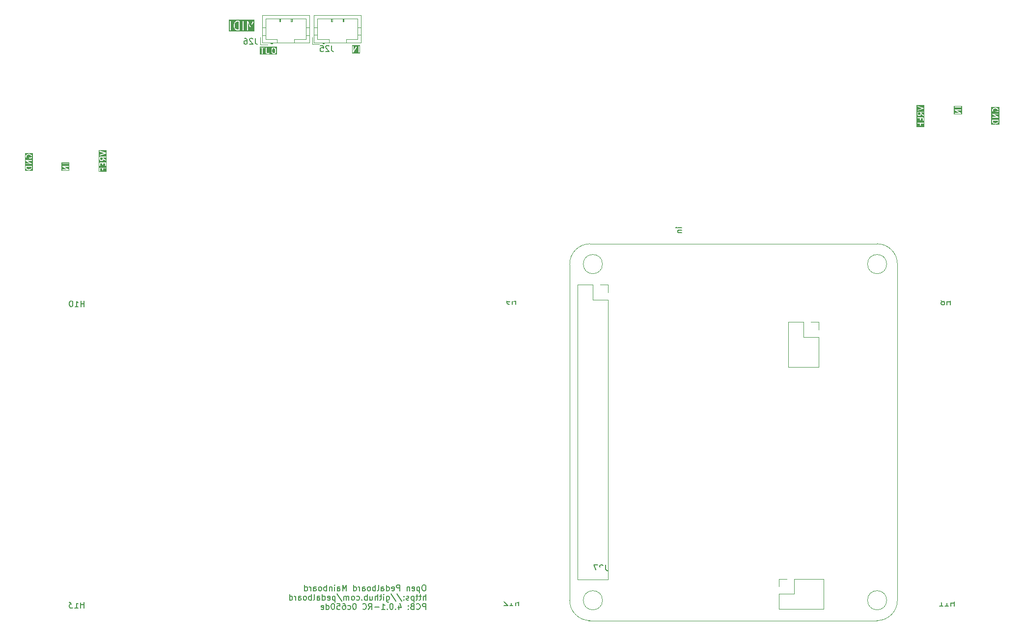
<source format=gbo>
G04 #@! TF.GenerationSoftware,KiCad,Pcbnew,8.0.6+1*
G04 #@! TF.CreationDate,2024-12-16T18:12:13+00:00*
G04 #@! TF.ProjectId,pedalboard-hw,70656461-6c62-46f6-9172-642d68772e6b,4.0.1-RC*
G04 #@! TF.SameCoordinates,Original*
G04 #@! TF.FileFunction,Legend,Bot*
G04 #@! TF.FilePolarity,Positive*
%FSLAX46Y46*%
G04 Gerber Fmt 4.6, Leading zero omitted, Abs format (unit mm)*
G04 Created by KiCad (PCBNEW 8.0.6+1) date 2024-12-16 18:12:13*
%MOMM*%
%LPD*%
G01*
G04 APERTURE LIST*
%ADD10C,0.150000*%
%ADD11C,0.120000*%
%ADD12C,0.100000*%
%ADD13C,2.700000*%
%ADD14O,1.200000X2.200000*%
%ADD15O,2.200000X1.200000*%
%ADD16C,3.000000*%
%ADD17R,4.400000X1.800000*%
%ADD18O,4.000000X1.800000*%
%ADD19O,1.800000X4.000000*%
%ADD20R,2.600000X2.600000*%
%ADD21C,2.600000*%
%ADD22R,1.700000X1.700000*%
%ADD23O,1.700000X1.700000*%
%ADD24C,0.600000*%
%ADD25R,2.000000X2.000000*%
%ADD26C,2.000000*%
%ADD27C,3.200000*%
%ADD28O,1.700000X1.350000*%
%ADD29O,1.500000X1.100000*%
%ADD30R,1.600000X1.500000*%
%ADD31C,1.600000*%
%ADD32C,6.100000*%
%ADD33C,6.000000*%
%ADD34O,1.200000X1.750000*%
G04 APERTURE END LIST*
D10*
G36*
X22164819Y-46880323D02*
G01*
X22126648Y-46994835D01*
X22052534Y-47068948D01*
X21975547Y-47107442D01*
X21802013Y-47150826D01*
X21677624Y-47150826D01*
X21504090Y-47107442D01*
X21427103Y-47068949D01*
X21352990Y-46994836D01*
X21314819Y-46880322D01*
X21314819Y-46729398D01*
X22164819Y-46729398D01*
X22164819Y-46880323D01*
G37*
G36*
X22425930Y-47411937D02*
G01*
X21053708Y-47411937D01*
X21053708Y-46654398D01*
X21164819Y-46654398D01*
X21164819Y-46892493D01*
X21165548Y-46899898D01*
X21165408Y-46901873D01*
X21165998Y-46904470D01*
X21166260Y-46907125D01*
X21167018Y-46908956D01*
X21168668Y-46916210D01*
X21216287Y-47059067D01*
X21222281Y-47072492D01*
X21224046Y-47074527D01*
X21225078Y-47077018D01*
X21234405Y-47088383D01*
X21329643Y-47183621D01*
X21335393Y-47188341D01*
X21336692Y-47189838D01*
X21338946Y-47191257D01*
X21341008Y-47192949D01*
X21342840Y-47193707D01*
X21349135Y-47197670D01*
X21444373Y-47245289D01*
X21445442Y-47245698D01*
X21445878Y-47246021D01*
X21452014Y-47248213D01*
X21458104Y-47250544D01*
X21458644Y-47250582D01*
X21459724Y-47250968D01*
X21650200Y-47298587D01*
X21652736Y-47298962D01*
X21653758Y-47299385D01*
X21659270Y-47299927D01*
X21664744Y-47300737D01*
X21665836Y-47300574D01*
X21668390Y-47300826D01*
X21811247Y-47300826D01*
X21813800Y-47300574D01*
X21814893Y-47300737D01*
X21820366Y-47299927D01*
X21825879Y-47299385D01*
X21826900Y-47298962D01*
X21829437Y-47298587D01*
X22019913Y-47250968D01*
X22020992Y-47250582D01*
X22021532Y-47250544D01*
X22027613Y-47248216D01*
X22033759Y-47246021D01*
X22034194Y-47245698D01*
X22035264Y-47245289D01*
X22130502Y-47197670D01*
X22136798Y-47193706D01*
X22138628Y-47192949D01*
X22140686Y-47191259D01*
X22142945Y-47189838D01*
X22144244Y-47188339D01*
X22149994Y-47183621D01*
X22245233Y-47088383D01*
X22254561Y-47077018D01*
X22255592Y-47074527D01*
X22257357Y-47072493D01*
X22263351Y-47059067D01*
X22310970Y-46916211D01*
X22312619Y-46908955D01*
X22313378Y-46907125D01*
X22313639Y-46904471D01*
X22314230Y-46901874D01*
X22314089Y-46899899D01*
X22314819Y-46892493D01*
X22314819Y-46654398D01*
X22313378Y-46639766D01*
X22302179Y-46612730D01*
X22281487Y-46592038D01*
X22254451Y-46580839D01*
X22239819Y-46579398D01*
X21239819Y-46579398D01*
X21225187Y-46580839D01*
X21198151Y-46592038D01*
X21177459Y-46612730D01*
X21166260Y-46639766D01*
X21164819Y-46654398D01*
X21053708Y-46654398D01*
X21053708Y-45612018D01*
X21165002Y-45612018D01*
X21166260Y-45616630D01*
X21166260Y-45621411D01*
X21170077Y-45630626D01*
X21172702Y-45640250D01*
X21175629Y-45644030D01*
X21177459Y-45648447D01*
X21184509Y-45655497D01*
X21190619Y-45663387D01*
X21196751Y-45667739D01*
X21198151Y-45669139D01*
X21199525Y-45669708D01*
X21202609Y-45671897D01*
X21957402Y-46103207D01*
X21239819Y-46103207D01*
X21225187Y-46104648D01*
X21198151Y-46115847D01*
X21177459Y-46136539D01*
X21166260Y-46163575D01*
X21166260Y-46192839D01*
X21177459Y-46219875D01*
X21198151Y-46240567D01*
X21225187Y-46251766D01*
X21239819Y-46253207D01*
X22239819Y-46253207D01*
X22243582Y-46252836D01*
X22245058Y-46253024D01*
X22246968Y-46252502D01*
X22254451Y-46251766D01*
X22263666Y-46247948D01*
X22273290Y-46245324D01*
X22277070Y-46242396D01*
X22281487Y-46240567D01*
X22288537Y-46233516D01*
X22296427Y-46227407D01*
X22298800Y-46223253D01*
X22302179Y-46219875D01*
X22305995Y-46210662D01*
X22310946Y-46201998D01*
X22311548Y-46197254D01*
X22313378Y-46192839D01*
X22313378Y-46182864D01*
X22314636Y-46172968D01*
X22313378Y-46168355D01*
X22313378Y-46163575D01*
X22309560Y-46154358D01*
X22306936Y-46144737D01*
X22304009Y-46140957D01*
X22302179Y-46136539D01*
X22295127Y-46129487D01*
X22289019Y-46121599D01*
X22282884Y-46117244D01*
X22281487Y-46115847D01*
X22280114Y-46115278D01*
X22277030Y-46113089D01*
X21522236Y-45681779D01*
X22239819Y-45681779D01*
X22254451Y-45680338D01*
X22281487Y-45669139D01*
X22302179Y-45648447D01*
X22313378Y-45621411D01*
X22313378Y-45592147D01*
X22302179Y-45565111D01*
X22281487Y-45544419D01*
X22254451Y-45533220D01*
X22239819Y-45531779D01*
X21239819Y-45531779D01*
X21236055Y-45532149D01*
X21234580Y-45531962D01*
X21232669Y-45532483D01*
X21225187Y-45533220D01*
X21215971Y-45537037D01*
X21206348Y-45539662D01*
X21202567Y-45542589D01*
X21198151Y-45544419D01*
X21191100Y-45551469D01*
X21183211Y-45557579D01*
X21180837Y-45561732D01*
X21177459Y-45565111D01*
X21173642Y-45574323D01*
X21168692Y-45582988D01*
X21168089Y-45587731D01*
X21166260Y-45592147D01*
X21166260Y-45602121D01*
X21165002Y-45612018D01*
X21053708Y-45612018D01*
X21053708Y-44892493D01*
X21164819Y-44892493D01*
X21164819Y-45035350D01*
X21166260Y-45049982D01*
X21167291Y-45052471D01*
X21167482Y-45055159D01*
X21172737Y-45068891D01*
X21220356Y-45164129D01*
X21228188Y-45176572D01*
X21250296Y-45195745D01*
X21278057Y-45204999D01*
X21307247Y-45202925D01*
X21333422Y-45189837D01*
X21352595Y-45167730D01*
X21361849Y-45139968D01*
X21359775Y-45110778D01*
X21354520Y-45097047D01*
X21314819Y-45017645D01*
X21314819Y-44904663D01*
X21352990Y-44790149D01*
X21427103Y-44716037D01*
X21504090Y-44677543D01*
X21677624Y-44634160D01*
X21802013Y-44634160D01*
X21975547Y-44677543D01*
X22052534Y-44716037D01*
X22126648Y-44790150D01*
X22164819Y-44904663D01*
X22164819Y-44975561D01*
X22126648Y-45090073D01*
X22113514Y-45103207D01*
X21886247Y-45103207D01*
X21886247Y-44987731D01*
X21884806Y-44973099D01*
X21873607Y-44946063D01*
X21852915Y-44925371D01*
X21825879Y-44914172D01*
X21796615Y-44914172D01*
X21769579Y-44925371D01*
X21748887Y-44946063D01*
X21737688Y-44973099D01*
X21736247Y-44987731D01*
X21736247Y-45178207D01*
X21737688Y-45192838D01*
X21737688Y-45192839D01*
X21748887Y-45219875D01*
X21769579Y-45240567D01*
X21796615Y-45251766D01*
X21811247Y-45253207D01*
X22144580Y-45253207D01*
X22159212Y-45251766D01*
X22170410Y-45247127D01*
X22186247Y-45240568D01*
X22197612Y-45231241D01*
X22245232Y-45183622D01*
X22254560Y-45172256D01*
X22255590Y-45169767D01*
X22257357Y-45167731D01*
X22263351Y-45154305D01*
X22310970Y-45011449D01*
X22312619Y-45004193D01*
X22313378Y-45002363D01*
X22313639Y-44999709D01*
X22314230Y-44997112D01*
X22314089Y-44995137D01*
X22314819Y-44987731D01*
X22314819Y-44892493D01*
X22314089Y-44885086D01*
X22314230Y-44883112D01*
X22313639Y-44880514D01*
X22313378Y-44877861D01*
X22312619Y-44876030D01*
X22310970Y-44868775D01*
X22263351Y-44725919D01*
X22257357Y-44712493D01*
X22255592Y-44710458D01*
X22254561Y-44707968D01*
X22245233Y-44696603D01*
X22149994Y-44601365D01*
X22144244Y-44596646D01*
X22142945Y-44595148D01*
X22140686Y-44593726D01*
X22138628Y-44592037D01*
X22136798Y-44591279D01*
X22130502Y-44587316D01*
X22035264Y-44539697D01*
X22034194Y-44539287D01*
X22033759Y-44538965D01*
X22027613Y-44536769D01*
X22021532Y-44534442D01*
X22020992Y-44534403D01*
X22019913Y-44534018D01*
X21829437Y-44486399D01*
X21826900Y-44486023D01*
X21825879Y-44485601D01*
X21820366Y-44485058D01*
X21814893Y-44484249D01*
X21813800Y-44484411D01*
X21811247Y-44484160D01*
X21668390Y-44484160D01*
X21665836Y-44484411D01*
X21664744Y-44484249D01*
X21659270Y-44485058D01*
X21653758Y-44485601D01*
X21652736Y-44486023D01*
X21650200Y-44486399D01*
X21459724Y-44534018D01*
X21458644Y-44534403D01*
X21458104Y-44534442D01*
X21452014Y-44536772D01*
X21445878Y-44538965D01*
X21445442Y-44539287D01*
X21444373Y-44539697D01*
X21349135Y-44587316D01*
X21342840Y-44591278D01*
X21341008Y-44592037D01*
X21338946Y-44593728D01*
X21336692Y-44595148D01*
X21335393Y-44596644D01*
X21329643Y-44601365D01*
X21234405Y-44696603D01*
X21225078Y-44707968D01*
X21224046Y-44710458D01*
X21222281Y-44712494D01*
X21216287Y-44725919D01*
X21168668Y-44868776D01*
X21167018Y-44876029D01*
X21166260Y-44877861D01*
X21165998Y-44880515D01*
X21165408Y-44883113D01*
X21165548Y-44885087D01*
X21164819Y-44892493D01*
X21053708Y-44892493D01*
X21053708Y-44373049D01*
X22425930Y-44373049D01*
X22425930Y-47411937D01*
G37*
G36*
X78869331Y-27135747D02*
G01*
X77449491Y-27135747D01*
X77449491Y-25949819D01*
X77560602Y-25949819D01*
X77560602Y-26949819D01*
X77560972Y-26953582D01*
X77560785Y-26955058D01*
X77561306Y-26956968D01*
X77562043Y-26964451D01*
X77565860Y-26973666D01*
X77568485Y-26983290D01*
X77571412Y-26987070D01*
X77573242Y-26991487D01*
X77580292Y-26998537D01*
X77586402Y-27006427D01*
X77590555Y-27008800D01*
X77593934Y-27012179D01*
X77603146Y-27015995D01*
X77611811Y-27020946D01*
X77616554Y-27021548D01*
X77620970Y-27023378D01*
X77630944Y-27023378D01*
X77640841Y-27024636D01*
X77645453Y-27023378D01*
X77650234Y-27023378D01*
X77659449Y-27019560D01*
X77669073Y-27016936D01*
X77672853Y-27014008D01*
X77677270Y-27012179D01*
X77684320Y-27005128D01*
X77692210Y-26999019D01*
X77696562Y-26992886D01*
X77697962Y-26991487D01*
X77698531Y-26990112D01*
X77700720Y-26987029D01*
X78132030Y-26232235D01*
X78132030Y-26949819D01*
X78133471Y-26964451D01*
X78144670Y-26991487D01*
X78165362Y-27012179D01*
X78192398Y-27023378D01*
X78221662Y-27023378D01*
X78248698Y-27012179D01*
X78269390Y-26991487D01*
X78280589Y-26964451D01*
X78282030Y-26949819D01*
X78282030Y-25949819D01*
X78608220Y-25949819D01*
X78608220Y-26949819D01*
X78609661Y-26964451D01*
X78620860Y-26991487D01*
X78641552Y-27012179D01*
X78668588Y-27023378D01*
X78697852Y-27023378D01*
X78724888Y-27012179D01*
X78745580Y-26991487D01*
X78756779Y-26964451D01*
X78758220Y-26949819D01*
X78758220Y-25949819D01*
X78756779Y-25935187D01*
X78745580Y-25908151D01*
X78724888Y-25887459D01*
X78697852Y-25876260D01*
X78668588Y-25876260D01*
X78641552Y-25887459D01*
X78620860Y-25908151D01*
X78609661Y-25935187D01*
X78608220Y-25949819D01*
X78282030Y-25949819D01*
X78281659Y-25946055D01*
X78281847Y-25944580D01*
X78281325Y-25942669D01*
X78280589Y-25935187D01*
X78276771Y-25925971D01*
X78274147Y-25916348D01*
X78271219Y-25912567D01*
X78269390Y-25908151D01*
X78262339Y-25901100D01*
X78256230Y-25893211D01*
X78252076Y-25890837D01*
X78248698Y-25887459D01*
X78239485Y-25883642D01*
X78230821Y-25878692D01*
X78226077Y-25878089D01*
X78221662Y-25876260D01*
X78211688Y-25876260D01*
X78201791Y-25875002D01*
X78197179Y-25876260D01*
X78192398Y-25876260D01*
X78183181Y-25880077D01*
X78173560Y-25882702D01*
X78169780Y-25885628D01*
X78165362Y-25887459D01*
X78158310Y-25894510D01*
X78150422Y-25900619D01*
X78146067Y-25906753D01*
X78144670Y-25908151D01*
X78144101Y-25909523D01*
X78141912Y-25912608D01*
X77710602Y-26667402D01*
X77710602Y-25949819D01*
X77709161Y-25935187D01*
X77697962Y-25908151D01*
X77677270Y-25887459D01*
X77650234Y-25876260D01*
X77620970Y-25876260D01*
X77593934Y-25887459D01*
X77573242Y-25908151D01*
X77562043Y-25935187D01*
X77560602Y-25949819D01*
X77449491Y-25949819D01*
X77449491Y-25763891D01*
X78869331Y-25763891D01*
X78869331Y-27135747D01*
G37*
G36*
X188784819Y-38900323D02*
G01*
X188746648Y-39014835D01*
X188672534Y-39088948D01*
X188595547Y-39127442D01*
X188422013Y-39170826D01*
X188297624Y-39170826D01*
X188124090Y-39127442D01*
X188047103Y-39088949D01*
X187972990Y-39014836D01*
X187934819Y-38900322D01*
X187934819Y-38749398D01*
X188784819Y-38749398D01*
X188784819Y-38900323D01*
G37*
G36*
X189045930Y-39431937D02*
G01*
X187673708Y-39431937D01*
X187673708Y-38674398D01*
X187784819Y-38674398D01*
X187784819Y-38912493D01*
X187785548Y-38919898D01*
X187785408Y-38921873D01*
X187785998Y-38924470D01*
X187786260Y-38927125D01*
X187787018Y-38928956D01*
X187788668Y-38936210D01*
X187836287Y-39079067D01*
X187842281Y-39092492D01*
X187844046Y-39094527D01*
X187845078Y-39097018D01*
X187854405Y-39108383D01*
X187949643Y-39203621D01*
X187955393Y-39208341D01*
X187956692Y-39209838D01*
X187958946Y-39211257D01*
X187961008Y-39212949D01*
X187962840Y-39213707D01*
X187969135Y-39217670D01*
X188064373Y-39265289D01*
X188065442Y-39265698D01*
X188065878Y-39266021D01*
X188072014Y-39268213D01*
X188078104Y-39270544D01*
X188078644Y-39270582D01*
X188079724Y-39270968D01*
X188270200Y-39318587D01*
X188272736Y-39318962D01*
X188273758Y-39319385D01*
X188279270Y-39319927D01*
X188284744Y-39320737D01*
X188285836Y-39320574D01*
X188288390Y-39320826D01*
X188431247Y-39320826D01*
X188433800Y-39320574D01*
X188434893Y-39320737D01*
X188440366Y-39319927D01*
X188445879Y-39319385D01*
X188446900Y-39318962D01*
X188449437Y-39318587D01*
X188639913Y-39270968D01*
X188640992Y-39270582D01*
X188641532Y-39270544D01*
X188647613Y-39268216D01*
X188653759Y-39266021D01*
X188654194Y-39265698D01*
X188655264Y-39265289D01*
X188750502Y-39217670D01*
X188756798Y-39213706D01*
X188758628Y-39212949D01*
X188760686Y-39211259D01*
X188762945Y-39209838D01*
X188764244Y-39208339D01*
X188769994Y-39203621D01*
X188865233Y-39108383D01*
X188874561Y-39097018D01*
X188875592Y-39094527D01*
X188877357Y-39092493D01*
X188883351Y-39079067D01*
X188930970Y-38936211D01*
X188932619Y-38928955D01*
X188933378Y-38927125D01*
X188933639Y-38924471D01*
X188934230Y-38921874D01*
X188934089Y-38919899D01*
X188934819Y-38912493D01*
X188934819Y-38674398D01*
X188933378Y-38659766D01*
X188922179Y-38632730D01*
X188901487Y-38612038D01*
X188874451Y-38600839D01*
X188859819Y-38599398D01*
X187859819Y-38599398D01*
X187845187Y-38600839D01*
X187818151Y-38612038D01*
X187797459Y-38632730D01*
X187786260Y-38659766D01*
X187784819Y-38674398D01*
X187673708Y-38674398D01*
X187673708Y-37632018D01*
X187785002Y-37632018D01*
X187786260Y-37636630D01*
X187786260Y-37641411D01*
X187790077Y-37650626D01*
X187792702Y-37660250D01*
X187795629Y-37664030D01*
X187797459Y-37668447D01*
X187804509Y-37675497D01*
X187810619Y-37683387D01*
X187816751Y-37687739D01*
X187818151Y-37689139D01*
X187819525Y-37689708D01*
X187822609Y-37691897D01*
X188577402Y-38123207D01*
X187859819Y-38123207D01*
X187845187Y-38124648D01*
X187818151Y-38135847D01*
X187797459Y-38156539D01*
X187786260Y-38183575D01*
X187786260Y-38212839D01*
X187797459Y-38239875D01*
X187818151Y-38260567D01*
X187845187Y-38271766D01*
X187859819Y-38273207D01*
X188859819Y-38273207D01*
X188863582Y-38272836D01*
X188865058Y-38273024D01*
X188866968Y-38272502D01*
X188874451Y-38271766D01*
X188883666Y-38267948D01*
X188893290Y-38265324D01*
X188897070Y-38262396D01*
X188901487Y-38260567D01*
X188908537Y-38253516D01*
X188916427Y-38247407D01*
X188918800Y-38243253D01*
X188922179Y-38239875D01*
X188925995Y-38230662D01*
X188930946Y-38221998D01*
X188931548Y-38217254D01*
X188933378Y-38212839D01*
X188933378Y-38202864D01*
X188934636Y-38192968D01*
X188933378Y-38188355D01*
X188933378Y-38183575D01*
X188929560Y-38174358D01*
X188926936Y-38164737D01*
X188924009Y-38160957D01*
X188922179Y-38156539D01*
X188915127Y-38149487D01*
X188909019Y-38141599D01*
X188902884Y-38137244D01*
X188901487Y-38135847D01*
X188900114Y-38135278D01*
X188897030Y-38133089D01*
X188142236Y-37701779D01*
X188859819Y-37701779D01*
X188874451Y-37700338D01*
X188901487Y-37689139D01*
X188922179Y-37668447D01*
X188933378Y-37641411D01*
X188933378Y-37612147D01*
X188922179Y-37585111D01*
X188901487Y-37564419D01*
X188874451Y-37553220D01*
X188859819Y-37551779D01*
X187859819Y-37551779D01*
X187856055Y-37552149D01*
X187854580Y-37551962D01*
X187852669Y-37552483D01*
X187845187Y-37553220D01*
X187835971Y-37557037D01*
X187826348Y-37559662D01*
X187822567Y-37562589D01*
X187818151Y-37564419D01*
X187811100Y-37571469D01*
X187803211Y-37577579D01*
X187800837Y-37581732D01*
X187797459Y-37585111D01*
X187793642Y-37594323D01*
X187788692Y-37602988D01*
X187788089Y-37607731D01*
X187786260Y-37612147D01*
X187786260Y-37622121D01*
X187785002Y-37632018D01*
X187673708Y-37632018D01*
X187673708Y-36912493D01*
X187784819Y-36912493D01*
X187784819Y-37055350D01*
X187786260Y-37069982D01*
X187787291Y-37072471D01*
X187787482Y-37075159D01*
X187792737Y-37088891D01*
X187840356Y-37184129D01*
X187848188Y-37196572D01*
X187870296Y-37215745D01*
X187898057Y-37224999D01*
X187927247Y-37222925D01*
X187953422Y-37209837D01*
X187972595Y-37187730D01*
X187981849Y-37159968D01*
X187979775Y-37130778D01*
X187974520Y-37117047D01*
X187934819Y-37037645D01*
X187934819Y-36924663D01*
X187972990Y-36810149D01*
X188047103Y-36736037D01*
X188124090Y-36697543D01*
X188297624Y-36654160D01*
X188422013Y-36654160D01*
X188595547Y-36697543D01*
X188672534Y-36736037D01*
X188746648Y-36810150D01*
X188784819Y-36924663D01*
X188784819Y-36995561D01*
X188746648Y-37110073D01*
X188733514Y-37123207D01*
X188506247Y-37123207D01*
X188506247Y-37007731D01*
X188504806Y-36993099D01*
X188493607Y-36966063D01*
X188472915Y-36945371D01*
X188445879Y-36934172D01*
X188416615Y-36934172D01*
X188389579Y-36945371D01*
X188368887Y-36966063D01*
X188357688Y-36993099D01*
X188356247Y-37007731D01*
X188356247Y-37198207D01*
X188357688Y-37212838D01*
X188357688Y-37212839D01*
X188368887Y-37239875D01*
X188389579Y-37260567D01*
X188416615Y-37271766D01*
X188431247Y-37273207D01*
X188764580Y-37273207D01*
X188779212Y-37271766D01*
X188790410Y-37267127D01*
X188806247Y-37260568D01*
X188817612Y-37251241D01*
X188865232Y-37203622D01*
X188874560Y-37192256D01*
X188875590Y-37189767D01*
X188877357Y-37187731D01*
X188883351Y-37174305D01*
X188930970Y-37031449D01*
X188932619Y-37024193D01*
X188933378Y-37022363D01*
X188933639Y-37019709D01*
X188934230Y-37017112D01*
X188934089Y-37015137D01*
X188934819Y-37007731D01*
X188934819Y-36912493D01*
X188934089Y-36905086D01*
X188934230Y-36903112D01*
X188933639Y-36900514D01*
X188933378Y-36897861D01*
X188932619Y-36896030D01*
X188930970Y-36888775D01*
X188883351Y-36745919D01*
X188877357Y-36732493D01*
X188875592Y-36730458D01*
X188874561Y-36727968D01*
X188865233Y-36716603D01*
X188769994Y-36621365D01*
X188764244Y-36616646D01*
X188762945Y-36615148D01*
X188760686Y-36613726D01*
X188758628Y-36612037D01*
X188756798Y-36611279D01*
X188750502Y-36607316D01*
X188655264Y-36559697D01*
X188654194Y-36559287D01*
X188653759Y-36558965D01*
X188647613Y-36556769D01*
X188641532Y-36554442D01*
X188640992Y-36554403D01*
X188639913Y-36554018D01*
X188449437Y-36506399D01*
X188446900Y-36506023D01*
X188445879Y-36505601D01*
X188440366Y-36505058D01*
X188434893Y-36504249D01*
X188433800Y-36504411D01*
X188431247Y-36504160D01*
X188288390Y-36504160D01*
X188285836Y-36504411D01*
X188284744Y-36504249D01*
X188279270Y-36505058D01*
X188273758Y-36505601D01*
X188272736Y-36506023D01*
X188270200Y-36506399D01*
X188079724Y-36554018D01*
X188078644Y-36554403D01*
X188078104Y-36554442D01*
X188072014Y-36556772D01*
X188065878Y-36558965D01*
X188065442Y-36559287D01*
X188064373Y-36559697D01*
X187969135Y-36607316D01*
X187962840Y-36611278D01*
X187961008Y-36612037D01*
X187958946Y-36613728D01*
X187956692Y-36615148D01*
X187955393Y-36616644D01*
X187949643Y-36621365D01*
X187854405Y-36716603D01*
X187845078Y-36727968D01*
X187844046Y-36730458D01*
X187842281Y-36732494D01*
X187836287Y-36745919D01*
X187788668Y-36888776D01*
X187787018Y-36896029D01*
X187786260Y-36897861D01*
X187785998Y-36900515D01*
X187785408Y-36903113D01*
X187785548Y-36905087D01*
X187784819Y-36912493D01*
X187673708Y-36912493D01*
X187673708Y-36393049D01*
X189045930Y-36393049D01*
X189045930Y-39431937D01*
G37*
X89972744Y-118849931D02*
X89782268Y-118849931D01*
X89782268Y-118849931D02*
X89687030Y-118897550D01*
X89687030Y-118897550D02*
X89591792Y-118992788D01*
X89591792Y-118992788D02*
X89544173Y-119183264D01*
X89544173Y-119183264D02*
X89544173Y-119516597D01*
X89544173Y-119516597D02*
X89591792Y-119707073D01*
X89591792Y-119707073D02*
X89687030Y-119802312D01*
X89687030Y-119802312D02*
X89782268Y-119849931D01*
X89782268Y-119849931D02*
X89972744Y-119849931D01*
X89972744Y-119849931D02*
X90067982Y-119802312D01*
X90067982Y-119802312D02*
X90163220Y-119707073D01*
X90163220Y-119707073D02*
X90210839Y-119516597D01*
X90210839Y-119516597D02*
X90210839Y-119183264D01*
X90210839Y-119183264D02*
X90163220Y-118992788D01*
X90163220Y-118992788D02*
X90067982Y-118897550D01*
X90067982Y-118897550D02*
X89972744Y-118849931D01*
X89115601Y-119183264D02*
X89115601Y-120183264D01*
X89115601Y-119230883D02*
X89020363Y-119183264D01*
X89020363Y-119183264D02*
X88829887Y-119183264D01*
X88829887Y-119183264D02*
X88734649Y-119230883D01*
X88734649Y-119230883D02*
X88687030Y-119278502D01*
X88687030Y-119278502D02*
X88639411Y-119373740D01*
X88639411Y-119373740D02*
X88639411Y-119659454D01*
X88639411Y-119659454D02*
X88687030Y-119754692D01*
X88687030Y-119754692D02*
X88734649Y-119802312D01*
X88734649Y-119802312D02*
X88829887Y-119849931D01*
X88829887Y-119849931D02*
X89020363Y-119849931D01*
X89020363Y-119849931D02*
X89115601Y-119802312D01*
X87829887Y-119802312D02*
X87925125Y-119849931D01*
X87925125Y-119849931D02*
X88115601Y-119849931D01*
X88115601Y-119849931D02*
X88210839Y-119802312D01*
X88210839Y-119802312D02*
X88258458Y-119707073D01*
X88258458Y-119707073D02*
X88258458Y-119326121D01*
X88258458Y-119326121D02*
X88210839Y-119230883D01*
X88210839Y-119230883D02*
X88115601Y-119183264D01*
X88115601Y-119183264D02*
X87925125Y-119183264D01*
X87925125Y-119183264D02*
X87829887Y-119230883D01*
X87829887Y-119230883D02*
X87782268Y-119326121D01*
X87782268Y-119326121D02*
X87782268Y-119421359D01*
X87782268Y-119421359D02*
X88258458Y-119516597D01*
X87353696Y-119183264D02*
X87353696Y-119849931D01*
X87353696Y-119278502D02*
X87306077Y-119230883D01*
X87306077Y-119230883D02*
X87210839Y-119183264D01*
X87210839Y-119183264D02*
X87067982Y-119183264D01*
X87067982Y-119183264D02*
X86972744Y-119230883D01*
X86972744Y-119230883D02*
X86925125Y-119326121D01*
X86925125Y-119326121D02*
X86925125Y-119849931D01*
X85687029Y-119849931D02*
X85687029Y-118849931D01*
X85687029Y-118849931D02*
X85306077Y-118849931D01*
X85306077Y-118849931D02*
X85210839Y-118897550D01*
X85210839Y-118897550D02*
X85163220Y-118945169D01*
X85163220Y-118945169D02*
X85115601Y-119040407D01*
X85115601Y-119040407D02*
X85115601Y-119183264D01*
X85115601Y-119183264D02*
X85163220Y-119278502D01*
X85163220Y-119278502D02*
X85210839Y-119326121D01*
X85210839Y-119326121D02*
X85306077Y-119373740D01*
X85306077Y-119373740D02*
X85687029Y-119373740D01*
X84306077Y-119802312D02*
X84401315Y-119849931D01*
X84401315Y-119849931D02*
X84591791Y-119849931D01*
X84591791Y-119849931D02*
X84687029Y-119802312D01*
X84687029Y-119802312D02*
X84734648Y-119707073D01*
X84734648Y-119707073D02*
X84734648Y-119326121D01*
X84734648Y-119326121D02*
X84687029Y-119230883D01*
X84687029Y-119230883D02*
X84591791Y-119183264D01*
X84591791Y-119183264D02*
X84401315Y-119183264D01*
X84401315Y-119183264D02*
X84306077Y-119230883D01*
X84306077Y-119230883D02*
X84258458Y-119326121D01*
X84258458Y-119326121D02*
X84258458Y-119421359D01*
X84258458Y-119421359D02*
X84734648Y-119516597D01*
X83401315Y-119849931D02*
X83401315Y-118849931D01*
X83401315Y-119802312D02*
X83496553Y-119849931D01*
X83496553Y-119849931D02*
X83687029Y-119849931D01*
X83687029Y-119849931D02*
X83782267Y-119802312D01*
X83782267Y-119802312D02*
X83829886Y-119754692D01*
X83829886Y-119754692D02*
X83877505Y-119659454D01*
X83877505Y-119659454D02*
X83877505Y-119373740D01*
X83877505Y-119373740D02*
X83829886Y-119278502D01*
X83829886Y-119278502D02*
X83782267Y-119230883D01*
X83782267Y-119230883D02*
X83687029Y-119183264D01*
X83687029Y-119183264D02*
X83496553Y-119183264D01*
X83496553Y-119183264D02*
X83401315Y-119230883D01*
X82496553Y-119849931D02*
X82496553Y-119326121D01*
X82496553Y-119326121D02*
X82544172Y-119230883D01*
X82544172Y-119230883D02*
X82639410Y-119183264D01*
X82639410Y-119183264D02*
X82829886Y-119183264D01*
X82829886Y-119183264D02*
X82925124Y-119230883D01*
X82496553Y-119802312D02*
X82591791Y-119849931D01*
X82591791Y-119849931D02*
X82829886Y-119849931D01*
X82829886Y-119849931D02*
X82925124Y-119802312D01*
X82925124Y-119802312D02*
X82972743Y-119707073D01*
X82972743Y-119707073D02*
X82972743Y-119611835D01*
X82972743Y-119611835D02*
X82925124Y-119516597D01*
X82925124Y-119516597D02*
X82829886Y-119468978D01*
X82829886Y-119468978D02*
X82591791Y-119468978D01*
X82591791Y-119468978D02*
X82496553Y-119421359D01*
X81877505Y-119849931D02*
X81972743Y-119802312D01*
X81972743Y-119802312D02*
X82020362Y-119707073D01*
X82020362Y-119707073D02*
X82020362Y-118849931D01*
X81496552Y-119849931D02*
X81496552Y-118849931D01*
X81496552Y-119230883D02*
X81401314Y-119183264D01*
X81401314Y-119183264D02*
X81210838Y-119183264D01*
X81210838Y-119183264D02*
X81115600Y-119230883D01*
X81115600Y-119230883D02*
X81067981Y-119278502D01*
X81067981Y-119278502D02*
X81020362Y-119373740D01*
X81020362Y-119373740D02*
X81020362Y-119659454D01*
X81020362Y-119659454D02*
X81067981Y-119754692D01*
X81067981Y-119754692D02*
X81115600Y-119802312D01*
X81115600Y-119802312D02*
X81210838Y-119849931D01*
X81210838Y-119849931D02*
X81401314Y-119849931D01*
X81401314Y-119849931D02*
X81496552Y-119802312D01*
X80448933Y-119849931D02*
X80544171Y-119802312D01*
X80544171Y-119802312D02*
X80591790Y-119754692D01*
X80591790Y-119754692D02*
X80639409Y-119659454D01*
X80639409Y-119659454D02*
X80639409Y-119373740D01*
X80639409Y-119373740D02*
X80591790Y-119278502D01*
X80591790Y-119278502D02*
X80544171Y-119230883D01*
X80544171Y-119230883D02*
X80448933Y-119183264D01*
X80448933Y-119183264D02*
X80306076Y-119183264D01*
X80306076Y-119183264D02*
X80210838Y-119230883D01*
X80210838Y-119230883D02*
X80163219Y-119278502D01*
X80163219Y-119278502D02*
X80115600Y-119373740D01*
X80115600Y-119373740D02*
X80115600Y-119659454D01*
X80115600Y-119659454D02*
X80163219Y-119754692D01*
X80163219Y-119754692D02*
X80210838Y-119802312D01*
X80210838Y-119802312D02*
X80306076Y-119849931D01*
X80306076Y-119849931D02*
X80448933Y-119849931D01*
X79258457Y-119849931D02*
X79258457Y-119326121D01*
X79258457Y-119326121D02*
X79306076Y-119230883D01*
X79306076Y-119230883D02*
X79401314Y-119183264D01*
X79401314Y-119183264D02*
X79591790Y-119183264D01*
X79591790Y-119183264D02*
X79687028Y-119230883D01*
X79258457Y-119802312D02*
X79353695Y-119849931D01*
X79353695Y-119849931D02*
X79591790Y-119849931D01*
X79591790Y-119849931D02*
X79687028Y-119802312D01*
X79687028Y-119802312D02*
X79734647Y-119707073D01*
X79734647Y-119707073D02*
X79734647Y-119611835D01*
X79734647Y-119611835D02*
X79687028Y-119516597D01*
X79687028Y-119516597D02*
X79591790Y-119468978D01*
X79591790Y-119468978D02*
X79353695Y-119468978D01*
X79353695Y-119468978D02*
X79258457Y-119421359D01*
X78782266Y-119849931D02*
X78782266Y-119183264D01*
X78782266Y-119373740D02*
X78734647Y-119278502D01*
X78734647Y-119278502D02*
X78687028Y-119230883D01*
X78687028Y-119230883D02*
X78591790Y-119183264D01*
X78591790Y-119183264D02*
X78496552Y-119183264D01*
X77734647Y-119849931D02*
X77734647Y-118849931D01*
X77734647Y-119802312D02*
X77829885Y-119849931D01*
X77829885Y-119849931D02*
X78020361Y-119849931D01*
X78020361Y-119849931D02*
X78115599Y-119802312D01*
X78115599Y-119802312D02*
X78163218Y-119754692D01*
X78163218Y-119754692D02*
X78210837Y-119659454D01*
X78210837Y-119659454D02*
X78210837Y-119373740D01*
X78210837Y-119373740D02*
X78163218Y-119278502D01*
X78163218Y-119278502D02*
X78115599Y-119230883D01*
X78115599Y-119230883D02*
X78020361Y-119183264D01*
X78020361Y-119183264D02*
X77829885Y-119183264D01*
X77829885Y-119183264D02*
X77734647Y-119230883D01*
X76496551Y-119849931D02*
X76496551Y-118849931D01*
X76496551Y-118849931D02*
X76163218Y-119564216D01*
X76163218Y-119564216D02*
X75829885Y-118849931D01*
X75829885Y-118849931D02*
X75829885Y-119849931D01*
X74925123Y-119849931D02*
X74925123Y-119326121D01*
X74925123Y-119326121D02*
X74972742Y-119230883D01*
X74972742Y-119230883D02*
X75067980Y-119183264D01*
X75067980Y-119183264D02*
X75258456Y-119183264D01*
X75258456Y-119183264D02*
X75353694Y-119230883D01*
X74925123Y-119802312D02*
X75020361Y-119849931D01*
X75020361Y-119849931D02*
X75258456Y-119849931D01*
X75258456Y-119849931D02*
X75353694Y-119802312D01*
X75353694Y-119802312D02*
X75401313Y-119707073D01*
X75401313Y-119707073D02*
X75401313Y-119611835D01*
X75401313Y-119611835D02*
X75353694Y-119516597D01*
X75353694Y-119516597D02*
X75258456Y-119468978D01*
X75258456Y-119468978D02*
X75020361Y-119468978D01*
X75020361Y-119468978D02*
X74925123Y-119421359D01*
X74448932Y-119849931D02*
X74448932Y-119183264D01*
X74448932Y-118849931D02*
X74496551Y-118897550D01*
X74496551Y-118897550D02*
X74448932Y-118945169D01*
X74448932Y-118945169D02*
X74401313Y-118897550D01*
X74401313Y-118897550D02*
X74448932Y-118849931D01*
X74448932Y-118849931D02*
X74448932Y-118945169D01*
X73972742Y-119183264D02*
X73972742Y-119849931D01*
X73972742Y-119278502D02*
X73925123Y-119230883D01*
X73925123Y-119230883D02*
X73829885Y-119183264D01*
X73829885Y-119183264D02*
X73687028Y-119183264D01*
X73687028Y-119183264D02*
X73591790Y-119230883D01*
X73591790Y-119230883D02*
X73544171Y-119326121D01*
X73544171Y-119326121D02*
X73544171Y-119849931D01*
X73067980Y-119849931D02*
X73067980Y-118849931D01*
X73067980Y-119230883D02*
X72972742Y-119183264D01*
X72972742Y-119183264D02*
X72782266Y-119183264D01*
X72782266Y-119183264D02*
X72687028Y-119230883D01*
X72687028Y-119230883D02*
X72639409Y-119278502D01*
X72639409Y-119278502D02*
X72591790Y-119373740D01*
X72591790Y-119373740D02*
X72591790Y-119659454D01*
X72591790Y-119659454D02*
X72639409Y-119754692D01*
X72639409Y-119754692D02*
X72687028Y-119802312D01*
X72687028Y-119802312D02*
X72782266Y-119849931D01*
X72782266Y-119849931D02*
X72972742Y-119849931D01*
X72972742Y-119849931D02*
X73067980Y-119802312D01*
X72020361Y-119849931D02*
X72115599Y-119802312D01*
X72115599Y-119802312D02*
X72163218Y-119754692D01*
X72163218Y-119754692D02*
X72210837Y-119659454D01*
X72210837Y-119659454D02*
X72210837Y-119373740D01*
X72210837Y-119373740D02*
X72163218Y-119278502D01*
X72163218Y-119278502D02*
X72115599Y-119230883D01*
X72115599Y-119230883D02*
X72020361Y-119183264D01*
X72020361Y-119183264D02*
X71877504Y-119183264D01*
X71877504Y-119183264D02*
X71782266Y-119230883D01*
X71782266Y-119230883D02*
X71734647Y-119278502D01*
X71734647Y-119278502D02*
X71687028Y-119373740D01*
X71687028Y-119373740D02*
X71687028Y-119659454D01*
X71687028Y-119659454D02*
X71734647Y-119754692D01*
X71734647Y-119754692D02*
X71782266Y-119802312D01*
X71782266Y-119802312D02*
X71877504Y-119849931D01*
X71877504Y-119849931D02*
X72020361Y-119849931D01*
X70829885Y-119849931D02*
X70829885Y-119326121D01*
X70829885Y-119326121D02*
X70877504Y-119230883D01*
X70877504Y-119230883D02*
X70972742Y-119183264D01*
X70972742Y-119183264D02*
X71163218Y-119183264D01*
X71163218Y-119183264D02*
X71258456Y-119230883D01*
X70829885Y-119802312D02*
X70925123Y-119849931D01*
X70925123Y-119849931D02*
X71163218Y-119849931D01*
X71163218Y-119849931D02*
X71258456Y-119802312D01*
X71258456Y-119802312D02*
X71306075Y-119707073D01*
X71306075Y-119707073D02*
X71306075Y-119611835D01*
X71306075Y-119611835D02*
X71258456Y-119516597D01*
X71258456Y-119516597D02*
X71163218Y-119468978D01*
X71163218Y-119468978D02*
X70925123Y-119468978D01*
X70925123Y-119468978D02*
X70829885Y-119421359D01*
X70353694Y-119849931D02*
X70353694Y-119183264D01*
X70353694Y-119373740D02*
X70306075Y-119278502D01*
X70306075Y-119278502D02*
X70258456Y-119230883D01*
X70258456Y-119230883D02*
X70163218Y-119183264D01*
X70163218Y-119183264D02*
X70067980Y-119183264D01*
X69306075Y-119849931D02*
X69306075Y-118849931D01*
X69306075Y-119802312D02*
X69401313Y-119849931D01*
X69401313Y-119849931D02*
X69591789Y-119849931D01*
X69591789Y-119849931D02*
X69687027Y-119802312D01*
X69687027Y-119802312D02*
X69734646Y-119754692D01*
X69734646Y-119754692D02*
X69782265Y-119659454D01*
X69782265Y-119659454D02*
X69782265Y-119373740D01*
X69782265Y-119373740D02*
X69734646Y-119278502D01*
X69734646Y-119278502D02*
X69687027Y-119230883D01*
X69687027Y-119230883D02*
X69591789Y-119183264D01*
X69591789Y-119183264D02*
X69401313Y-119183264D01*
X69401313Y-119183264D02*
X69306075Y-119230883D01*
X90163220Y-121459875D02*
X90163220Y-120459875D01*
X89734649Y-121459875D02*
X89734649Y-120936065D01*
X89734649Y-120936065D02*
X89782268Y-120840827D01*
X89782268Y-120840827D02*
X89877506Y-120793208D01*
X89877506Y-120793208D02*
X90020363Y-120793208D01*
X90020363Y-120793208D02*
X90115601Y-120840827D01*
X90115601Y-120840827D02*
X90163220Y-120888446D01*
X89401315Y-120793208D02*
X89020363Y-120793208D01*
X89258458Y-120459875D02*
X89258458Y-121317017D01*
X89258458Y-121317017D02*
X89210839Y-121412256D01*
X89210839Y-121412256D02*
X89115601Y-121459875D01*
X89115601Y-121459875D02*
X89020363Y-121459875D01*
X88829886Y-120793208D02*
X88448934Y-120793208D01*
X88687029Y-120459875D02*
X88687029Y-121317017D01*
X88687029Y-121317017D02*
X88639410Y-121412256D01*
X88639410Y-121412256D02*
X88544172Y-121459875D01*
X88544172Y-121459875D02*
X88448934Y-121459875D01*
X88115600Y-120793208D02*
X88115600Y-121793208D01*
X88115600Y-120840827D02*
X88020362Y-120793208D01*
X88020362Y-120793208D02*
X87829886Y-120793208D01*
X87829886Y-120793208D02*
X87734648Y-120840827D01*
X87734648Y-120840827D02*
X87687029Y-120888446D01*
X87687029Y-120888446D02*
X87639410Y-120983684D01*
X87639410Y-120983684D02*
X87639410Y-121269398D01*
X87639410Y-121269398D02*
X87687029Y-121364636D01*
X87687029Y-121364636D02*
X87734648Y-121412256D01*
X87734648Y-121412256D02*
X87829886Y-121459875D01*
X87829886Y-121459875D02*
X88020362Y-121459875D01*
X88020362Y-121459875D02*
X88115600Y-121412256D01*
X87258457Y-121412256D02*
X87163219Y-121459875D01*
X87163219Y-121459875D02*
X86972743Y-121459875D01*
X86972743Y-121459875D02*
X86877505Y-121412256D01*
X86877505Y-121412256D02*
X86829886Y-121317017D01*
X86829886Y-121317017D02*
X86829886Y-121269398D01*
X86829886Y-121269398D02*
X86877505Y-121174160D01*
X86877505Y-121174160D02*
X86972743Y-121126541D01*
X86972743Y-121126541D02*
X87115600Y-121126541D01*
X87115600Y-121126541D02*
X87210838Y-121078922D01*
X87210838Y-121078922D02*
X87258457Y-120983684D01*
X87258457Y-120983684D02*
X87258457Y-120936065D01*
X87258457Y-120936065D02*
X87210838Y-120840827D01*
X87210838Y-120840827D02*
X87115600Y-120793208D01*
X87115600Y-120793208D02*
X86972743Y-120793208D01*
X86972743Y-120793208D02*
X86877505Y-120840827D01*
X86401314Y-121364636D02*
X86353695Y-121412256D01*
X86353695Y-121412256D02*
X86401314Y-121459875D01*
X86401314Y-121459875D02*
X86448933Y-121412256D01*
X86448933Y-121412256D02*
X86401314Y-121364636D01*
X86401314Y-121364636D02*
X86401314Y-121459875D01*
X86401314Y-120840827D02*
X86353695Y-120888446D01*
X86353695Y-120888446D02*
X86401314Y-120936065D01*
X86401314Y-120936065D02*
X86448933Y-120888446D01*
X86448933Y-120888446D02*
X86401314Y-120840827D01*
X86401314Y-120840827D02*
X86401314Y-120936065D01*
X85210839Y-120412256D02*
X86067981Y-121697970D01*
X84163220Y-120412256D02*
X85020362Y-121697970D01*
X83401315Y-120793208D02*
X83401315Y-121602732D01*
X83401315Y-121602732D02*
X83448934Y-121697970D01*
X83448934Y-121697970D02*
X83496553Y-121745589D01*
X83496553Y-121745589D02*
X83591791Y-121793208D01*
X83591791Y-121793208D02*
X83734648Y-121793208D01*
X83734648Y-121793208D02*
X83829886Y-121745589D01*
X83401315Y-121412256D02*
X83496553Y-121459875D01*
X83496553Y-121459875D02*
X83687029Y-121459875D01*
X83687029Y-121459875D02*
X83782267Y-121412256D01*
X83782267Y-121412256D02*
X83829886Y-121364636D01*
X83829886Y-121364636D02*
X83877505Y-121269398D01*
X83877505Y-121269398D02*
X83877505Y-120983684D01*
X83877505Y-120983684D02*
X83829886Y-120888446D01*
X83829886Y-120888446D02*
X83782267Y-120840827D01*
X83782267Y-120840827D02*
X83687029Y-120793208D01*
X83687029Y-120793208D02*
X83496553Y-120793208D01*
X83496553Y-120793208D02*
X83401315Y-120840827D01*
X82925124Y-121459875D02*
X82925124Y-120793208D01*
X82925124Y-120459875D02*
X82972743Y-120507494D01*
X82972743Y-120507494D02*
X82925124Y-120555113D01*
X82925124Y-120555113D02*
X82877505Y-120507494D01*
X82877505Y-120507494D02*
X82925124Y-120459875D01*
X82925124Y-120459875D02*
X82925124Y-120555113D01*
X82591791Y-120793208D02*
X82210839Y-120793208D01*
X82448934Y-120459875D02*
X82448934Y-121317017D01*
X82448934Y-121317017D02*
X82401315Y-121412256D01*
X82401315Y-121412256D02*
X82306077Y-121459875D01*
X82306077Y-121459875D02*
X82210839Y-121459875D01*
X81877505Y-121459875D02*
X81877505Y-120459875D01*
X81448934Y-121459875D02*
X81448934Y-120936065D01*
X81448934Y-120936065D02*
X81496553Y-120840827D01*
X81496553Y-120840827D02*
X81591791Y-120793208D01*
X81591791Y-120793208D02*
X81734648Y-120793208D01*
X81734648Y-120793208D02*
X81829886Y-120840827D01*
X81829886Y-120840827D02*
X81877505Y-120888446D01*
X80544172Y-120793208D02*
X80544172Y-121459875D01*
X80972743Y-120793208D02*
X80972743Y-121317017D01*
X80972743Y-121317017D02*
X80925124Y-121412256D01*
X80925124Y-121412256D02*
X80829886Y-121459875D01*
X80829886Y-121459875D02*
X80687029Y-121459875D01*
X80687029Y-121459875D02*
X80591791Y-121412256D01*
X80591791Y-121412256D02*
X80544172Y-121364636D01*
X80067981Y-121459875D02*
X80067981Y-120459875D01*
X80067981Y-120840827D02*
X79972743Y-120793208D01*
X79972743Y-120793208D02*
X79782267Y-120793208D01*
X79782267Y-120793208D02*
X79687029Y-120840827D01*
X79687029Y-120840827D02*
X79639410Y-120888446D01*
X79639410Y-120888446D02*
X79591791Y-120983684D01*
X79591791Y-120983684D02*
X79591791Y-121269398D01*
X79591791Y-121269398D02*
X79639410Y-121364636D01*
X79639410Y-121364636D02*
X79687029Y-121412256D01*
X79687029Y-121412256D02*
X79782267Y-121459875D01*
X79782267Y-121459875D02*
X79972743Y-121459875D01*
X79972743Y-121459875D02*
X80067981Y-121412256D01*
X79163219Y-121364636D02*
X79115600Y-121412256D01*
X79115600Y-121412256D02*
X79163219Y-121459875D01*
X79163219Y-121459875D02*
X79210838Y-121412256D01*
X79210838Y-121412256D02*
X79163219Y-121364636D01*
X79163219Y-121364636D02*
X79163219Y-121459875D01*
X78258458Y-121412256D02*
X78353696Y-121459875D01*
X78353696Y-121459875D02*
X78544172Y-121459875D01*
X78544172Y-121459875D02*
X78639410Y-121412256D01*
X78639410Y-121412256D02*
X78687029Y-121364636D01*
X78687029Y-121364636D02*
X78734648Y-121269398D01*
X78734648Y-121269398D02*
X78734648Y-120983684D01*
X78734648Y-120983684D02*
X78687029Y-120888446D01*
X78687029Y-120888446D02*
X78639410Y-120840827D01*
X78639410Y-120840827D02*
X78544172Y-120793208D01*
X78544172Y-120793208D02*
X78353696Y-120793208D01*
X78353696Y-120793208D02*
X78258458Y-120840827D01*
X77687029Y-121459875D02*
X77782267Y-121412256D01*
X77782267Y-121412256D02*
X77829886Y-121364636D01*
X77829886Y-121364636D02*
X77877505Y-121269398D01*
X77877505Y-121269398D02*
X77877505Y-120983684D01*
X77877505Y-120983684D02*
X77829886Y-120888446D01*
X77829886Y-120888446D02*
X77782267Y-120840827D01*
X77782267Y-120840827D02*
X77687029Y-120793208D01*
X77687029Y-120793208D02*
X77544172Y-120793208D01*
X77544172Y-120793208D02*
X77448934Y-120840827D01*
X77448934Y-120840827D02*
X77401315Y-120888446D01*
X77401315Y-120888446D02*
X77353696Y-120983684D01*
X77353696Y-120983684D02*
X77353696Y-121269398D01*
X77353696Y-121269398D02*
X77401315Y-121364636D01*
X77401315Y-121364636D02*
X77448934Y-121412256D01*
X77448934Y-121412256D02*
X77544172Y-121459875D01*
X77544172Y-121459875D02*
X77687029Y-121459875D01*
X76925124Y-121459875D02*
X76925124Y-120793208D01*
X76925124Y-120888446D02*
X76877505Y-120840827D01*
X76877505Y-120840827D02*
X76782267Y-120793208D01*
X76782267Y-120793208D02*
X76639410Y-120793208D01*
X76639410Y-120793208D02*
X76544172Y-120840827D01*
X76544172Y-120840827D02*
X76496553Y-120936065D01*
X76496553Y-120936065D02*
X76496553Y-121459875D01*
X76496553Y-120936065D02*
X76448934Y-120840827D01*
X76448934Y-120840827D02*
X76353696Y-120793208D01*
X76353696Y-120793208D02*
X76210839Y-120793208D01*
X76210839Y-120793208D02*
X76115600Y-120840827D01*
X76115600Y-120840827D02*
X76067981Y-120936065D01*
X76067981Y-120936065D02*
X76067981Y-121459875D01*
X74877506Y-120412256D02*
X75734648Y-121697970D01*
X74544172Y-120793208D02*
X74544172Y-121793208D01*
X74544172Y-120840827D02*
X74448934Y-120793208D01*
X74448934Y-120793208D02*
X74258458Y-120793208D01*
X74258458Y-120793208D02*
X74163220Y-120840827D01*
X74163220Y-120840827D02*
X74115601Y-120888446D01*
X74115601Y-120888446D02*
X74067982Y-120983684D01*
X74067982Y-120983684D02*
X74067982Y-121269398D01*
X74067982Y-121269398D02*
X74115601Y-121364636D01*
X74115601Y-121364636D02*
X74163220Y-121412256D01*
X74163220Y-121412256D02*
X74258458Y-121459875D01*
X74258458Y-121459875D02*
X74448934Y-121459875D01*
X74448934Y-121459875D02*
X74544172Y-121412256D01*
X73258458Y-121412256D02*
X73353696Y-121459875D01*
X73353696Y-121459875D02*
X73544172Y-121459875D01*
X73544172Y-121459875D02*
X73639410Y-121412256D01*
X73639410Y-121412256D02*
X73687029Y-121317017D01*
X73687029Y-121317017D02*
X73687029Y-120936065D01*
X73687029Y-120936065D02*
X73639410Y-120840827D01*
X73639410Y-120840827D02*
X73544172Y-120793208D01*
X73544172Y-120793208D02*
X73353696Y-120793208D01*
X73353696Y-120793208D02*
X73258458Y-120840827D01*
X73258458Y-120840827D02*
X73210839Y-120936065D01*
X73210839Y-120936065D02*
X73210839Y-121031303D01*
X73210839Y-121031303D02*
X73687029Y-121126541D01*
X72353696Y-121459875D02*
X72353696Y-120459875D01*
X72353696Y-121412256D02*
X72448934Y-121459875D01*
X72448934Y-121459875D02*
X72639410Y-121459875D01*
X72639410Y-121459875D02*
X72734648Y-121412256D01*
X72734648Y-121412256D02*
X72782267Y-121364636D01*
X72782267Y-121364636D02*
X72829886Y-121269398D01*
X72829886Y-121269398D02*
X72829886Y-120983684D01*
X72829886Y-120983684D02*
X72782267Y-120888446D01*
X72782267Y-120888446D02*
X72734648Y-120840827D01*
X72734648Y-120840827D02*
X72639410Y-120793208D01*
X72639410Y-120793208D02*
X72448934Y-120793208D01*
X72448934Y-120793208D02*
X72353696Y-120840827D01*
X71448934Y-121459875D02*
X71448934Y-120936065D01*
X71448934Y-120936065D02*
X71496553Y-120840827D01*
X71496553Y-120840827D02*
X71591791Y-120793208D01*
X71591791Y-120793208D02*
X71782267Y-120793208D01*
X71782267Y-120793208D02*
X71877505Y-120840827D01*
X71448934Y-121412256D02*
X71544172Y-121459875D01*
X71544172Y-121459875D02*
X71782267Y-121459875D01*
X71782267Y-121459875D02*
X71877505Y-121412256D01*
X71877505Y-121412256D02*
X71925124Y-121317017D01*
X71925124Y-121317017D02*
X71925124Y-121221779D01*
X71925124Y-121221779D02*
X71877505Y-121126541D01*
X71877505Y-121126541D02*
X71782267Y-121078922D01*
X71782267Y-121078922D02*
X71544172Y-121078922D01*
X71544172Y-121078922D02*
X71448934Y-121031303D01*
X70829886Y-121459875D02*
X70925124Y-121412256D01*
X70925124Y-121412256D02*
X70972743Y-121317017D01*
X70972743Y-121317017D02*
X70972743Y-120459875D01*
X70448933Y-121459875D02*
X70448933Y-120459875D01*
X70448933Y-120840827D02*
X70353695Y-120793208D01*
X70353695Y-120793208D02*
X70163219Y-120793208D01*
X70163219Y-120793208D02*
X70067981Y-120840827D01*
X70067981Y-120840827D02*
X70020362Y-120888446D01*
X70020362Y-120888446D02*
X69972743Y-120983684D01*
X69972743Y-120983684D02*
X69972743Y-121269398D01*
X69972743Y-121269398D02*
X70020362Y-121364636D01*
X70020362Y-121364636D02*
X70067981Y-121412256D01*
X70067981Y-121412256D02*
X70163219Y-121459875D01*
X70163219Y-121459875D02*
X70353695Y-121459875D01*
X70353695Y-121459875D02*
X70448933Y-121412256D01*
X69401314Y-121459875D02*
X69496552Y-121412256D01*
X69496552Y-121412256D02*
X69544171Y-121364636D01*
X69544171Y-121364636D02*
X69591790Y-121269398D01*
X69591790Y-121269398D02*
X69591790Y-120983684D01*
X69591790Y-120983684D02*
X69544171Y-120888446D01*
X69544171Y-120888446D02*
X69496552Y-120840827D01*
X69496552Y-120840827D02*
X69401314Y-120793208D01*
X69401314Y-120793208D02*
X69258457Y-120793208D01*
X69258457Y-120793208D02*
X69163219Y-120840827D01*
X69163219Y-120840827D02*
X69115600Y-120888446D01*
X69115600Y-120888446D02*
X69067981Y-120983684D01*
X69067981Y-120983684D02*
X69067981Y-121269398D01*
X69067981Y-121269398D02*
X69115600Y-121364636D01*
X69115600Y-121364636D02*
X69163219Y-121412256D01*
X69163219Y-121412256D02*
X69258457Y-121459875D01*
X69258457Y-121459875D02*
X69401314Y-121459875D01*
X68210838Y-121459875D02*
X68210838Y-120936065D01*
X68210838Y-120936065D02*
X68258457Y-120840827D01*
X68258457Y-120840827D02*
X68353695Y-120793208D01*
X68353695Y-120793208D02*
X68544171Y-120793208D01*
X68544171Y-120793208D02*
X68639409Y-120840827D01*
X68210838Y-121412256D02*
X68306076Y-121459875D01*
X68306076Y-121459875D02*
X68544171Y-121459875D01*
X68544171Y-121459875D02*
X68639409Y-121412256D01*
X68639409Y-121412256D02*
X68687028Y-121317017D01*
X68687028Y-121317017D02*
X68687028Y-121221779D01*
X68687028Y-121221779D02*
X68639409Y-121126541D01*
X68639409Y-121126541D02*
X68544171Y-121078922D01*
X68544171Y-121078922D02*
X68306076Y-121078922D01*
X68306076Y-121078922D02*
X68210838Y-121031303D01*
X67734647Y-121459875D02*
X67734647Y-120793208D01*
X67734647Y-120983684D02*
X67687028Y-120888446D01*
X67687028Y-120888446D02*
X67639409Y-120840827D01*
X67639409Y-120840827D02*
X67544171Y-120793208D01*
X67544171Y-120793208D02*
X67448933Y-120793208D01*
X66687028Y-121459875D02*
X66687028Y-120459875D01*
X66687028Y-121412256D02*
X66782266Y-121459875D01*
X66782266Y-121459875D02*
X66972742Y-121459875D01*
X66972742Y-121459875D02*
X67067980Y-121412256D01*
X67067980Y-121412256D02*
X67115599Y-121364636D01*
X67115599Y-121364636D02*
X67163218Y-121269398D01*
X67163218Y-121269398D02*
X67163218Y-120983684D01*
X67163218Y-120983684D02*
X67115599Y-120888446D01*
X67115599Y-120888446D02*
X67067980Y-120840827D01*
X67067980Y-120840827D02*
X66972742Y-120793208D01*
X66972742Y-120793208D02*
X66782266Y-120793208D01*
X66782266Y-120793208D02*
X66687028Y-120840827D01*
X90163220Y-123069819D02*
X90163220Y-122069819D01*
X90163220Y-122069819D02*
X89782268Y-122069819D01*
X89782268Y-122069819D02*
X89687030Y-122117438D01*
X89687030Y-122117438D02*
X89639411Y-122165057D01*
X89639411Y-122165057D02*
X89591792Y-122260295D01*
X89591792Y-122260295D02*
X89591792Y-122403152D01*
X89591792Y-122403152D02*
X89639411Y-122498390D01*
X89639411Y-122498390D02*
X89687030Y-122546009D01*
X89687030Y-122546009D02*
X89782268Y-122593628D01*
X89782268Y-122593628D02*
X90163220Y-122593628D01*
X88591792Y-122974580D02*
X88639411Y-123022200D01*
X88639411Y-123022200D02*
X88782268Y-123069819D01*
X88782268Y-123069819D02*
X88877506Y-123069819D01*
X88877506Y-123069819D02*
X89020363Y-123022200D01*
X89020363Y-123022200D02*
X89115601Y-122926961D01*
X89115601Y-122926961D02*
X89163220Y-122831723D01*
X89163220Y-122831723D02*
X89210839Y-122641247D01*
X89210839Y-122641247D02*
X89210839Y-122498390D01*
X89210839Y-122498390D02*
X89163220Y-122307914D01*
X89163220Y-122307914D02*
X89115601Y-122212676D01*
X89115601Y-122212676D02*
X89020363Y-122117438D01*
X89020363Y-122117438D02*
X88877506Y-122069819D01*
X88877506Y-122069819D02*
X88782268Y-122069819D01*
X88782268Y-122069819D02*
X88639411Y-122117438D01*
X88639411Y-122117438D02*
X88591792Y-122165057D01*
X87829887Y-122546009D02*
X87687030Y-122593628D01*
X87687030Y-122593628D02*
X87639411Y-122641247D01*
X87639411Y-122641247D02*
X87591792Y-122736485D01*
X87591792Y-122736485D02*
X87591792Y-122879342D01*
X87591792Y-122879342D02*
X87639411Y-122974580D01*
X87639411Y-122974580D02*
X87687030Y-123022200D01*
X87687030Y-123022200D02*
X87782268Y-123069819D01*
X87782268Y-123069819D02*
X88163220Y-123069819D01*
X88163220Y-123069819D02*
X88163220Y-122069819D01*
X88163220Y-122069819D02*
X87829887Y-122069819D01*
X87829887Y-122069819D02*
X87734649Y-122117438D01*
X87734649Y-122117438D02*
X87687030Y-122165057D01*
X87687030Y-122165057D02*
X87639411Y-122260295D01*
X87639411Y-122260295D02*
X87639411Y-122355533D01*
X87639411Y-122355533D02*
X87687030Y-122450771D01*
X87687030Y-122450771D02*
X87734649Y-122498390D01*
X87734649Y-122498390D02*
X87829887Y-122546009D01*
X87829887Y-122546009D02*
X88163220Y-122546009D01*
X87163220Y-122974580D02*
X87115601Y-123022200D01*
X87115601Y-123022200D02*
X87163220Y-123069819D01*
X87163220Y-123069819D02*
X87210839Y-123022200D01*
X87210839Y-123022200D02*
X87163220Y-122974580D01*
X87163220Y-122974580D02*
X87163220Y-123069819D01*
X87163220Y-122450771D02*
X87115601Y-122498390D01*
X87115601Y-122498390D02*
X87163220Y-122546009D01*
X87163220Y-122546009D02*
X87210839Y-122498390D01*
X87210839Y-122498390D02*
X87163220Y-122450771D01*
X87163220Y-122450771D02*
X87163220Y-122546009D01*
X85496554Y-122403152D02*
X85496554Y-123069819D01*
X85734649Y-122022200D02*
X85972744Y-122736485D01*
X85972744Y-122736485D02*
X85353697Y-122736485D01*
X84972744Y-122974580D02*
X84925125Y-123022200D01*
X84925125Y-123022200D02*
X84972744Y-123069819D01*
X84972744Y-123069819D02*
X85020363Y-123022200D01*
X85020363Y-123022200D02*
X84972744Y-122974580D01*
X84972744Y-122974580D02*
X84972744Y-123069819D01*
X84306078Y-122069819D02*
X84210840Y-122069819D01*
X84210840Y-122069819D02*
X84115602Y-122117438D01*
X84115602Y-122117438D02*
X84067983Y-122165057D01*
X84067983Y-122165057D02*
X84020364Y-122260295D01*
X84020364Y-122260295D02*
X83972745Y-122450771D01*
X83972745Y-122450771D02*
X83972745Y-122688866D01*
X83972745Y-122688866D02*
X84020364Y-122879342D01*
X84020364Y-122879342D02*
X84067983Y-122974580D01*
X84067983Y-122974580D02*
X84115602Y-123022200D01*
X84115602Y-123022200D02*
X84210840Y-123069819D01*
X84210840Y-123069819D02*
X84306078Y-123069819D01*
X84306078Y-123069819D02*
X84401316Y-123022200D01*
X84401316Y-123022200D02*
X84448935Y-122974580D01*
X84448935Y-122974580D02*
X84496554Y-122879342D01*
X84496554Y-122879342D02*
X84544173Y-122688866D01*
X84544173Y-122688866D02*
X84544173Y-122450771D01*
X84544173Y-122450771D02*
X84496554Y-122260295D01*
X84496554Y-122260295D02*
X84448935Y-122165057D01*
X84448935Y-122165057D02*
X84401316Y-122117438D01*
X84401316Y-122117438D02*
X84306078Y-122069819D01*
X83544173Y-122974580D02*
X83496554Y-123022200D01*
X83496554Y-123022200D02*
X83544173Y-123069819D01*
X83544173Y-123069819D02*
X83591792Y-123022200D01*
X83591792Y-123022200D02*
X83544173Y-122974580D01*
X83544173Y-122974580D02*
X83544173Y-123069819D01*
X82544174Y-123069819D02*
X83115602Y-123069819D01*
X82829888Y-123069819D02*
X82829888Y-122069819D01*
X82829888Y-122069819D02*
X82925126Y-122212676D01*
X82925126Y-122212676D02*
X83020364Y-122307914D01*
X83020364Y-122307914D02*
X83115602Y-122355533D01*
X82115602Y-122688866D02*
X81353698Y-122688866D01*
X80306079Y-123069819D02*
X80639412Y-122593628D01*
X80877507Y-123069819D02*
X80877507Y-122069819D01*
X80877507Y-122069819D02*
X80496555Y-122069819D01*
X80496555Y-122069819D02*
X80401317Y-122117438D01*
X80401317Y-122117438D02*
X80353698Y-122165057D01*
X80353698Y-122165057D02*
X80306079Y-122260295D01*
X80306079Y-122260295D02*
X80306079Y-122403152D01*
X80306079Y-122403152D02*
X80353698Y-122498390D01*
X80353698Y-122498390D02*
X80401317Y-122546009D01*
X80401317Y-122546009D02*
X80496555Y-122593628D01*
X80496555Y-122593628D02*
X80877507Y-122593628D01*
X79306079Y-122974580D02*
X79353698Y-123022200D01*
X79353698Y-123022200D02*
X79496555Y-123069819D01*
X79496555Y-123069819D02*
X79591793Y-123069819D01*
X79591793Y-123069819D02*
X79734650Y-123022200D01*
X79734650Y-123022200D02*
X79829888Y-122926961D01*
X79829888Y-122926961D02*
X79877507Y-122831723D01*
X79877507Y-122831723D02*
X79925126Y-122641247D01*
X79925126Y-122641247D02*
X79925126Y-122498390D01*
X79925126Y-122498390D02*
X79877507Y-122307914D01*
X79877507Y-122307914D02*
X79829888Y-122212676D01*
X79829888Y-122212676D02*
X79734650Y-122117438D01*
X79734650Y-122117438D02*
X79591793Y-122069819D01*
X79591793Y-122069819D02*
X79496555Y-122069819D01*
X79496555Y-122069819D02*
X79353698Y-122117438D01*
X79353698Y-122117438D02*
X79306079Y-122165057D01*
X77925126Y-122069819D02*
X77829888Y-122069819D01*
X77829888Y-122069819D02*
X77734650Y-122117438D01*
X77734650Y-122117438D02*
X77687031Y-122165057D01*
X77687031Y-122165057D02*
X77639412Y-122260295D01*
X77639412Y-122260295D02*
X77591793Y-122450771D01*
X77591793Y-122450771D02*
X77591793Y-122688866D01*
X77591793Y-122688866D02*
X77639412Y-122879342D01*
X77639412Y-122879342D02*
X77687031Y-122974580D01*
X77687031Y-122974580D02*
X77734650Y-123022200D01*
X77734650Y-123022200D02*
X77829888Y-123069819D01*
X77829888Y-123069819D02*
X77925126Y-123069819D01*
X77925126Y-123069819D02*
X78020364Y-123022200D01*
X78020364Y-123022200D02*
X78067983Y-122974580D01*
X78067983Y-122974580D02*
X78115602Y-122879342D01*
X78115602Y-122879342D02*
X78163221Y-122688866D01*
X78163221Y-122688866D02*
X78163221Y-122450771D01*
X78163221Y-122450771D02*
X78115602Y-122260295D01*
X78115602Y-122260295D02*
X78067983Y-122165057D01*
X78067983Y-122165057D02*
X78020364Y-122117438D01*
X78020364Y-122117438D02*
X77925126Y-122069819D01*
X76734650Y-123022200D02*
X76829888Y-123069819D01*
X76829888Y-123069819D02*
X77020364Y-123069819D01*
X77020364Y-123069819D02*
X77115602Y-123022200D01*
X77115602Y-123022200D02*
X77163221Y-122974580D01*
X77163221Y-122974580D02*
X77210840Y-122879342D01*
X77210840Y-122879342D02*
X77210840Y-122593628D01*
X77210840Y-122593628D02*
X77163221Y-122498390D01*
X77163221Y-122498390D02*
X77115602Y-122450771D01*
X77115602Y-122450771D02*
X77020364Y-122403152D01*
X77020364Y-122403152D02*
X76829888Y-122403152D01*
X76829888Y-122403152D02*
X76734650Y-122450771D01*
X75877507Y-122069819D02*
X76067983Y-122069819D01*
X76067983Y-122069819D02*
X76163221Y-122117438D01*
X76163221Y-122117438D02*
X76210840Y-122165057D01*
X76210840Y-122165057D02*
X76306078Y-122307914D01*
X76306078Y-122307914D02*
X76353697Y-122498390D01*
X76353697Y-122498390D02*
X76353697Y-122879342D01*
X76353697Y-122879342D02*
X76306078Y-122974580D01*
X76306078Y-122974580D02*
X76258459Y-123022200D01*
X76258459Y-123022200D02*
X76163221Y-123069819D01*
X76163221Y-123069819D02*
X75972745Y-123069819D01*
X75972745Y-123069819D02*
X75877507Y-123022200D01*
X75877507Y-123022200D02*
X75829888Y-122974580D01*
X75829888Y-122974580D02*
X75782269Y-122879342D01*
X75782269Y-122879342D02*
X75782269Y-122641247D01*
X75782269Y-122641247D02*
X75829888Y-122546009D01*
X75829888Y-122546009D02*
X75877507Y-122498390D01*
X75877507Y-122498390D02*
X75972745Y-122450771D01*
X75972745Y-122450771D02*
X76163221Y-122450771D01*
X76163221Y-122450771D02*
X76258459Y-122498390D01*
X76258459Y-122498390D02*
X76306078Y-122546009D01*
X76306078Y-122546009D02*
X76353697Y-122641247D01*
X74877507Y-122069819D02*
X75353697Y-122069819D01*
X75353697Y-122069819D02*
X75401316Y-122546009D01*
X75401316Y-122546009D02*
X75353697Y-122498390D01*
X75353697Y-122498390D02*
X75258459Y-122450771D01*
X75258459Y-122450771D02*
X75020364Y-122450771D01*
X75020364Y-122450771D02*
X74925126Y-122498390D01*
X74925126Y-122498390D02*
X74877507Y-122546009D01*
X74877507Y-122546009D02*
X74829888Y-122641247D01*
X74829888Y-122641247D02*
X74829888Y-122879342D01*
X74829888Y-122879342D02*
X74877507Y-122974580D01*
X74877507Y-122974580D02*
X74925126Y-123022200D01*
X74925126Y-123022200D02*
X75020364Y-123069819D01*
X75020364Y-123069819D02*
X75258459Y-123069819D01*
X75258459Y-123069819D02*
X75353697Y-123022200D01*
X75353697Y-123022200D02*
X75401316Y-122974580D01*
X74210840Y-122069819D02*
X74115602Y-122069819D01*
X74115602Y-122069819D02*
X74020364Y-122117438D01*
X74020364Y-122117438D02*
X73972745Y-122165057D01*
X73972745Y-122165057D02*
X73925126Y-122260295D01*
X73925126Y-122260295D02*
X73877507Y-122450771D01*
X73877507Y-122450771D02*
X73877507Y-122688866D01*
X73877507Y-122688866D02*
X73925126Y-122879342D01*
X73925126Y-122879342D02*
X73972745Y-122974580D01*
X73972745Y-122974580D02*
X74020364Y-123022200D01*
X74020364Y-123022200D02*
X74115602Y-123069819D01*
X74115602Y-123069819D02*
X74210840Y-123069819D01*
X74210840Y-123069819D02*
X74306078Y-123022200D01*
X74306078Y-123022200D02*
X74353697Y-122974580D01*
X74353697Y-122974580D02*
X74401316Y-122879342D01*
X74401316Y-122879342D02*
X74448935Y-122688866D01*
X74448935Y-122688866D02*
X74448935Y-122450771D01*
X74448935Y-122450771D02*
X74401316Y-122260295D01*
X74401316Y-122260295D02*
X74353697Y-122165057D01*
X74353697Y-122165057D02*
X74306078Y-122117438D01*
X74306078Y-122117438D02*
X74210840Y-122069819D01*
X73020364Y-123069819D02*
X73020364Y-122069819D01*
X73020364Y-123022200D02*
X73115602Y-123069819D01*
X73115602Y-123069819D02*
X73306078Y-123069819D01*
X73306078Y-123069819D02*
X73401316Y-123022200D01*
X73401316Y-123022200D02*
X73448935Y-122974580D01*
X73448935Y-122974580D02*
X73496554Y-122879342D01*
X73496554Y-122879342D02*
X73496554Y-122593628D01*
X73496554Y-122593628D02*
X73448935Y-122498390D01*
X73448935Y-122498390D02*
X73401316Y-122450771D01*
X73401316Y-122450771D02*
X73306078Y-122403152D01*
X73306078Y-122403152D02*
X73115602Y-122403152D01*
X73115602Y-122403152D02*
X73020364Y-122450771D01*
X72163221Y-123022200D02*
X72258459Y-123069819D01*
X72258459Y-123069819D02*
X72448935Y-123069819D01*
X72448935Y-123069819D02*
X72544173Y-123022200D01*
X72544173Y-123022200D02*
X72591792Y-122926961D01*
X72591792Y-122926961D02*
X72591792Y-122546009D01*
X72591792Y-122546009D02*
X72544173Y-122450771D01*
X72544173Y-122450771D02*
X72448935Y-122403152D01*
X72448935Y-122403152D02*
X72258459Y-122403152D01*
X72258459Y-122403152D02*
X72163221Y-122450771D01*
X72163221Y-122450771D02*
X72115602Y-122546009D01*
X72115602Y-122546009D02*
X72115602Y-122641247D01*
X72115602Y-122641247D02*
X72591792Y-122736485D01*
G36*
X34438628Y-45397169D02*
G01*
X34404370Y-45465685D01*
X34373963Y-45496092D01*
X34305447Y-45530350D01*
X34198000Y-45530350D01*
X34129484Y-45496092D01*
X34099077Y-45465685D01*
X34064819Y-45397169D01*
X34064819Y-45108922D01*
X34438628Y-45108922D01*
X34438628Y-45397169D01*
G37*
G36*
X35175930Y-47599544D02*
G01*
X33803708Y-47599544D01*
X33803708Y-46938684D01*
X33914819Y-46938684D01*
X33914819Y-47414874D01*
X33916260Y-47429506D01*
X33927459Y-47456542D01*
X33948151Y-47477234D01*
X33975187Y-47488433D01*
X34004451Y-47488433D01*
X34031487Y-47477234D01*
X34052179Y-47456542D01*
X34063378Y-47429506D01*
X34064819Y-47414874D01*
X34064819Y-47013684D01*
X34391009Y-47013684D01*
X34391009Y-47272017D01*
X34392450Y-47286649D01*
X34403649Y-47313685D01*
X34424341Y-47334377D01*
X34451377Y-47345576D01*
X34480641Y-47345576D01*
X34507677Y-47334377D01*
X34528369Y-47313685D01*
X34539568Y-47286649D01*
X34541009Y-47272017D01*
X34541009Y-47013684D01*
X34989819Y-47013684D01*
X35004451Y-47012243D01*
X35031487Y-47001044D01*
X35052179Y-46980352D01*
X35063378Y-46953316D01*
X35063378Y-46924052D01*
X35052179Y-46897016D01*
X35031487Y-46876324D01*
X35004451Y-46865125D01*
X34989819Y-46863684D01*
X33989819Y-46863684D01*
X33975187Y-46865125D01*
X33948151Y-46876324D01*
X33927459Y-46897016D01*
X33916260Y-46924052D01*
X33914819Y-46938684D01*
X33803708Y-46938684D01*
X33803708Y-46033922D01*
X33914819Y-46033922D01*
X33914819Y-46510112D01*
X33916260Y-46524744D01*
X33927459Y-46551780D01*
X33948151Y-46572472D01*
X33975187Y-46583671D01*
X34004451Y-46583671D01*
X34031487Y-46572472D01*
X34052179Y-46551780D01*
X34063378Y-46524744D01*
X34064819Y-46510112D01*
X34064819Y-46108922D01*
X34391009Y-46108922D01*
X34391009Y-46367255D01*
X34392450Y-46381887D01*
X34403649Y-46408923D01*
X34424341Y-46429615D01*
X34451377Y-46440814D01*
X34480641Y-46440814D01*
X34507677Y-46429615D01*
X34528369Y-46408923D01*
X34539568Y-46381887D01*
X34541009Y-46367255D01*
X34541009Y-46108922D01*
X34914819Y-46108922D01*
X34914819Y-46510112D01*
X34916260Y-46524744D01*
X34927459Y-46551780D01*
X34948151Y-46572472D01*
X34975187Y-46583671D01*
X35004451Y-46583671D01*
X35031487Y-46572472D01*
X35052179Y-46551780D01*
X35063378Y-46524744D01*
X35064819Y-46510112D01*
X35064819Y-46033922D01*
X35063378Y-46019290D01*
X35052179Y-45992254D01*
X35031487Y-45971562D01*
X35004451Y-45960363D01*
X34989819Y-45958922D01*
X33989819Y-45958922D01*
X33975187Y-45960363D01*
X33948151Y-45971562D01*
X33927459Y-45992254D01*
X33916260Y-46019290D01*
X33914819Y-46033922D01*
X33803708Y-46033922D01*
X33803708Y-45033922D01*
X33914819Y-45033922D01*
X33914819Y-45414874D01*
X33916260Y-45429506D01*
X33917291Y-45431995D01*
X33917482Y-45434683D01*
X33922737Y-45448415D01*
X33970356Y-45543653D01*
X33974320Y-45549952D01*
X33975078Y-45551780D01*
X33976766Y-45553836D01*
X33978188Y-45556096D01*
X33979686Y-45557395D01*
X33984405Y-45563145D01*
X34032024Y-45610764D01*
X34037773Y-45615482D01*
X34039073Y-45616981D01*
X34041332Y-45618402D01*
X34043389Y-45620091D01*
X34045216Y-45620848D01*
X34051516Y-45624813D01*
X34146754Y-45672432D01*
X34160485Y-45677687D01*
X34163174Y-45677878D01*
X34165663Y-45678909D01*
X34180295Y-45680350D01*
X34323152Y-45680350D01*
X34337784Y-45678909D01*
X34340273Y-45677877D01*
X34342961Y-45677687D01*
X34356693Y-45672432D01*
X34451931Y-45624813D01*
X34458230Y-45620848D01*
X34460058Y-45620091D01*
X34462114Y-45618402D01*
X34464374Y-45616981D01*
X34465673Y-45615482D01*
X34471423Y-45610764D01*
X34519042Y-45563145D01*
X34523760Y-45557395D01*
X34525259Y-45556096D01*
X34526680Y-45553836D01*
X34528369Y-45551780D01*
X34529126Y-45549952D01*
X34533091Y-45543653D01*
X34580710Y-45448415D01*
X34585965Y-45434684D01*
X34586156Y-45431994D01*
X34587187Y-45429506D01*
X34588518Y-45415989D01*
X34946810Y-45666793D01*
X34959623Y-45674003D01*
X34988194Y-45680332D01*
X35017012Y-45675247D01*
X35041690Y-45659520D01*
X35058472Y-45635546D01*
X35064802Y-45606975D01*
X35059716Y-45578158D01*
X35043989Y-45553479D01*
X35032829Y-45543908D01*
X34588628Y-45232967D01*
X34588628Y-45108922D01*
X34989819Y-45108922D01*
X35004451Y-45107481D01*
X35031487Y-45096282D01*
X35052179Y-45075590D01*
X35063378Y-45048554D01*
X35063378Y-45019290D01*
X35052179Y-44992254D01*
X35031487Y-44971562D01*
X35004451Y-44960363D01*
X34989819Y-44958922D01*
X33989819Y-44958922D01*
X33975187Y-44960363D01*
X33948151Y-44971562D01*
X33927459Y-44992254D01*
X33916260Y-45019290D01*
X33914819Y-45033922D01*
X33803708Y-45033922D01*
X33803708Y-44024542D01*
X33915408Y-44024542D01*
X33917483Y-44053732D01*
X33930569Y-44079905D01*
X33952676Y-44099079D01*
X33966102Y-44105073D01*
X34752648Y-44367255D01*
X33966102Y-44629437D01*
X33952676Y-44635431D01*
X33930569Y-44654605D01*
X33917483Y-44680778D01*
X33915408Y-44709968D01*
X33924662Y-44737731D01*
X33943836Y-44759838D01*
X33970009Y-44772924D01*
X33999199Y-44774999D01*
X34013536Y-44771739D01*
X35013536Y-44438406D01*
X35026961Y-44432412D01*
X35031008Y-44428901D01*
X35035802Y-44426505D01*
X35041966Y-44419397D01*
X35049068Y-44413238D01*
X35051463Y-44408446D01*
X35054976Y-44404397D01*
X35057950Y-44395474D01*
X35062155Y-44387065D01*
X35062534Y-44381720D01*
X35064230Y-44376635D01*
X35063563Y-44367255D01*
X35064230Y-44357875D01*
X35062534Y-44352789D01*
X35062155Y-44347445D01*
X35057950Y-44339035D01*
X35054976Y-44330113D01*
X35051463Y-44326063D01*
X35049068Y-44321272D01*
X35041966Y-44315112D01*
X35035802Y-44308005D01*
X35031008Y-44305608D01*
X35026961Y-44302098D01*
X35013536Y-44296104D01*
X34013536Y-43962771D01*
X33999199Y-43959511D01*
X33970009Y-43961586D01*
X33943836Y-43974672D01*
X33924662Y-43996779D01*
X33915408Y-44024542D01*
X33803708Y-44024542D01*
X33803708Y-43848400D01*
X35175930Y-43848400D01*
X35175930Y-47599544D01*
G37*
G36*
X57920601Y-23033628D02*
G01*
X57650628Y-23033628D01*
X57464686Y-22971647D01*
X57342953Y-22849915D01*
X57280650Y-22725308D01*
X57213458Y-22456537D01*
X57213458Y-22260718D01*
X57280650Y-21991947D01*
X57342953Y-21867341D01*
X57464686Y-21745608D01*
X57650628Y-21683628D01*
X57920601Y-21683628D01*
X57920601Y-23033628D01*
G37*
G36*
X60665840Y-23350295D02*
G01*
X56253934Y-23350295D01*
X56253934Y-21608628D01*
X56420601Y-21608628D01*
X56420601Y-23108628D01*
X56422042Y-23123260D01*
X56433241Y-23150296D01*
X56453933Y-23170988D01*
X56480969Y-23182187D01*
X56510233Y-23182187D01*
X56537269Y-23170988D01*
X56557961Y-23150296D01*
X56569160Y-23123260D01*
X56570601Y-23108628D01*
X56570601Y-22251485D01*
X57063458Y-22251485D01*
X57063458Y-22465771D01*
X57063709Y-22468324D01*
X57063547Y-22469416D01*
X57064355Y-22474888D01*
X57064899Y-22480403D01*
X57065322Y-22481424D01*
X57065697Y-22483961D01*
X57137125Y-22769675D01*
X57137510Y-22770754D01*
X57137549Y-22771295D01*
X57139879Y-22777384D01*
X57142072Y-22783521D01*
X57142394Y-22783956D01*
X57142804Y-22785026D01*
X57214233Y-22927883D01*
X57218196Y-22934179D01*
X57218954Y-22936009D01*
X57220643Y-22938067D01*
X57222065Y-22940326D01*
X57223563Y-22941625D01*
X57228282Y-22947375D01*
X57371139Y-23090233D01*
X57382504Y-23099560D01*
X57384994Y-23100591D01*
X57387030Y-23102357D01*
X57400455Y-23108351D01*
X57614741Y-23179779D01*
X57621994Y-23181428D01*
X57623826Y-23182187D01*
X57626480Y-23182448D01*
X57629078Y-23183039D01*
X57631052Y-23182898D01*
X57638458Y-23183628D01*
X57995601Y-23183628D01*
X58010233Y-23182187D01*
X58037269Y-23170988D01*
X58057961Y-23150296D01*
X58069160Y-23123260D01*
X58070601Y-23108628D01*
X58070601Y-21608628D01*
X58634887Y-21608628D01*
X58634887Y-23108628D01*
X58636328Y-23123260D01*
X58647527Y-23150296D01*
X58668219Y-23170988D01*
X58695255Y-23182187D01*
X58724519Y-23182187D01*
X58751555Y-23170988D01*
X58772247Y-23150296D01*
X58783446Y-23123260D01*
X58784887Y-23108628D01*
X58784887Y-21608628D01*
X59349173Y-21608628D01*
X59349173Y-23108628D01*
X59350614Y-23123260D01*
X59361813Y-23150296D01*
X59382505Y-23170988D01*
X59409541Y-23182187D01*
X59438805Y-23182187D01*
X59465841Y-23170988D01*
X59486533Y-23150296D01*
X59497732Y-23123260D01*
X59499173Y-23108628D01*
X59499173Y-21946695D01*
X59856209Y-22711774D01*
X59859383Y-22717133D01*
X59860043Y-22718946D01*
X59861217Y-22720228D01*
X59863703Y-22724424D01*
X59872112Y-22732124D01*
X59879807Y-22740527D01*
X59882825Y-22741935D01*
X59885284Y-22744187D01*
X59895996Y-22748082D01*
X59906325Y-22752903D01*
X59909653Y-22753049D01*
X59912785Y-22754188D01*
X59924179Y-22753687D01*
X59935561Y-22754187D01*
X59938689Y-22753049D01*
X59942021Y-22752903D01*
X59952356Y-22748079D01*
X59963062Y-22744187D01*
X59965517Y-22741937D01*
X59968539Y-22740528D01*
X59976240Y-22732117D01*
X59984643Y-22724423D01*
X59987126Y-22720230D01*
X59988303Y-22718946D01*
X59988963Y-22717130D01*
X59992137Y-22711773D01*
X60349173Y-21946695D01*
X60349173Y-23108628D01*
X60350614Y-23123260D01*
X60361813Y-23150296D01*
X60382505Y-23170988D01*
X60409541Y-23182187D01*
X60438805Y-23182187D01*
X60465841Y-23170988D01*
X60486533Y-23150296D01*
X60497732Y-23123260D01*
X60499173Y-23108628D01*
X60499173Y-21608628D01*
X60498226Y-21599012D01*
X60498304Y-21597240D01*
X60497957Y-21596287D01*
X60497732Y-21593996D01*
X60492753Y-21581977D01*
X60488303Y-21569739D01*
X60487173Y-21568505D01*
X60486533Y-21566960D01*
X60477333Y-21557760D01*
X60468539Y-21548157D01*
X60467022Y-21547449D01*
X60465841Y-21546268D01*
X60453828Y-21541291D01*
X60442021Y-21535782D01*
X60440348Y-21535708D01*
X60438805Y-21535069D01*
X60425799Y-21535069D01*
X60412785Y-21534497D01*
X60411212Y-21535069D01*
X60409541Y-21535069D01*
X60397522Y-21540047D01*
X60385284Y-21544498D01*
X60384050Y-21545628D01*
X60382505Y-21546268D01*
X60373306Y-21555466D01*
X60363703Y-21564261D01*
X60362527Y-21566245D01*
X60361813Y-21566960D01*
X60361136Y-21568593D01*
X60356209Y-21576911D01*
X59924172Y-22502703D01*
X59492137Y-21576912D01*
X59487211Y-21568596D01*
X59486533Y-21566960D01*
X59485817Y-21566244D01*
X59484643Y-21564262D01*
X59475046Y-21555473D01*
X59465841Y-21546268D01*
X59464295Y-21545627D01*
X59463062Y-21544498D01*
X59450831Y-21540050D01*
X59438805Y-21535069D01*
X59437131Y-21535069D01*
X59435561Y-21534498D01*
X59422560Y-21535069D01*
X59409541Y-21535069D01*
X59407996Y-21535708D01*
X59406325Y-21535782D01*
X59394526Y-21541288D01*
X59382505Y-21546268D01*
X59381322Y-21547450D01*
X59379807Y-21548158D01*
X59371018Y-21557754D01*
X59361813Y-21566960D01*
X59361172Y-21568505D01*
X59360043Y-21569739D01*
X59355595Y-21581969D01*
X59350614Y-21593996D01*
X59350387Y-21596291D01*
X59350043Y-21597240D01*
X59350120Y-21599006D01*
X59349173Y-21608628D01*
X58784887Y-21608628D01*
X58783446Y-21593996D01*
X58772247Y-21566960D01*
X58751555Y-21546268D01*
X58724519Y-21535069D01*
X58695255Y-21535069D01*
X58668219Y-21546268D01*
X58647527Y-21566960D01*
X58636328Y-21593996D01*
X58634887Y-21608628D01*
X58070601Y-21608628D01*
X58069160Y-21593996D01*
X58057961Y-21566960D01*
X58037269Y-21546268D01*
X58010233Y-21535069D01*
X57995601Y-21533628D01*
X57638458Y-21533628D01*
X57631051Y-21534357D01*
X57629077Y-21534217D01*
X57626479Y-21534807D01*
X57623826Y-21535069D01*
X57621995Y-21535827D01*
X57614740Y-21537477D01*
X57400455Y-21608906D01*
X57387029Y-21614900D01*
X57384992Y-21616666D01*
X57382504Y-21617697D01*
X57371139Y-21627024D01*
X57228282Y-21769881D01*
X57223563Y-21775630D01*
X57222065Y-21776930D01*
X57220643Y-21779189D01*
X57218955Y-21781246D01*
X57218197Y-21783073D01*
X57214233Y-21789373D01*
X57142804Y-21932230D01*
X57142394Y-21933299D01*
X57142072Y-21933735D01*
X57139879Y-21939871D01*
X57137549Y-21945961D01*
X57137510Y-21946501D01*
X57137125Y-21947581D01*
X57065697Y-22233295D01*
X57065322Y-22235831D01*
X57064899Y-22236853D01*
X57064355Y-22242367D01*
X57063547Y-22247840D01*
X57063709Y-22248931D01*
X57063458Y-22251485D01*
X56570601Y-22251485D01*
X56570601Y-21608628D01*
X56569160Y-21593996D01*
X56557961Y-21566960D01*
X56537269Y-21546268D01*
X56510233Y-21535069D01*
X56480969Y-21535069D01*
X56453933Y-21546268D01*
X56433241Y-21566960D01*
X56422042Y-21593996D01*
X56420601Y-21608628D01*
X56253934Y-21608628D01*
X56253934Y-21366961D01*
X60665840Y-21366961D01*
X60665840Y-23350295D01*
G37*
X134310619Y-57188379D02*
X133643952Y-57188379D01*
X133310619Y-57188379D02*
X133358238Y-57140760D01*
X133358238Y-57140760D02*
X133405857Y-57188379D01*
X133405857Y-57188379D02*
X133358238Y-57235998D01*
X133358238Y-57235998D02*
X133310619Y-57188379D01*
X133310619Y-57188379D02*
X133405857Y-57188379D01*
X133643952Y-57664569D02*
X134310619Y-57664569D01*
X133739190Y-57664569D02*
X133691571Y-57712188D01*
X133691571Y-57712188D02*
X133643952Y-57807426D01*
X133643952Y-57807426D02*
X133643952Y-57950283D01*
X133643952Y-57950283D02*
X133691571Y-58045521D01*
X133691571Y-58045521D02*
X133786809Y-58093140D01*
X133786809Y-58093140D02*
X134310619Y-58093140D01*
G36*
X182605747Y-37660508D02*
G01*
X181233891Y-37660508D01*
X181233891Y-36908208D01*
X181345002Y-36908208D01*
X181346260Y-36912820D01*
X181346260Y-36917601D01*
X181350077Y-36926816D01*
X181352702Y-36936440D01*
X181355629Y-36940220D01*
X181357459Y-36944637D01*
X181364509Y-36951687D01*
X181370619Y-36959577D01*
X181376751Y-36963929D01*
X181378151Y-36965329D01*
X181379525Y-36965898D01*
X181382609Y-36968087D01*
X182137402Y-37399397D01*
X181419819Y-37399397D01*
X181405187Y-37400838D01*
X181378151Y-37412037D01*
X181357459Y-37432729D01*
X181346260Y-37459765D01*
X181346260Y-37489029D01*
X181357459Y-37516065D01*
X181378151Y-37536757D01*
X181405187Y-37547956D01*
X181419819Y-37549397D01*
X182419819Y-37549397D01*
X182423582Y-37549026D01*
X182425058Y-37549214D01*
X182426968Y-37548692D01*
X182434451Y-37547956D01*
X182443666Y-37544138D01*
X182453290Y-37541514D01*
X182457070Y-37538586D01*
X182461487Y-37536757D01*
X182468537Y-37529706D01*
X182476427Y-37523597D01*
X182478800Y-37519443D01*
X182482179Y-37516065D01*
X182485995Y-37506852D01*
X182490946Y-37498188D01*
X182491548Y-37493444D01*
X182493378Y-37489029D01*
X182493378Y-37479054D01*
X182494636Y-37469158D01*
X182493378Y-37464545D01*
X182493378Y-37459765D01*
X182489560Y-37450548D01*
X182486936Y-37440927D01*
X182484009Y-37437147D01*
X182482179Y-37432729D01*
X182475127Y-37425677D01*
X182469019Y-37417789D01*
X182462884Y-37413434D01*
X182461487Y-37412037D01*
X182460114Y-37411468D01*
X182457030Y-37409279D01*
X181702236Y-36977969D01*
X182419819Y-36977969D01*
X182434451Y-36976528D01*
X182461487Y-36965329D01*
X182482179Y-36944637D01*
X182493378Y-36917601D01*
X182493378Y-36888337D01*
X182482179Y-36861301D01*
X182461487Y-36840609D01*
X182434451Y-36829410D01*
X182419819Y-36827969D01*
X181419819Y-36827969D01*
X181416055Y-36828339D01*
X181414580Y-36828152D01*
X181412669Y-36828673D01*
X181405187Y-36829410D01*
X181395971Y-36833227D01*
X181386348Y-36835852D01*
X181382567Y-36838779D01*
X181378151Y-36840609D01*
X181371100Y-36847659D01*
X181363211Y-36853769D01*
X181360837Y-36857922D01*
X181357459Y-36861301D01*
X181353642Y-36870513D01*
X181348692Y-36879178D01*
X181348089Y-36883921D01*
X181346260Y-36888337D01*
X181346260Y-36898311D01*
X181345002Y-36908208D01*
X181233891Y-36908208D01*
X181233891Y-36412147D01*
X181346260Y-36412147D01*
X181346260Y-36441411D01*
X181357459Y-36468447D01*
X181378151Y-36489139D01*
X181405187Y-36500338D01*
X181419819Y-36501779D01*
X182419819Y-36501779D01*
X182434451Y-36500338D01*
X182461487Y-36489139D01*
X182482179Y-36468447D01*
X182493378Y-36441411D01*
X182493378Y-36412147D01*
X182482179Y-36385111D01*
X182461487Y-36364419D01*
X182434451Y-36353220D01*
X182419819Y-36351779D01*
X181419819Y-36351779D01*
X181405187Y-36353220D01*
X181378151Y-36364419D01*
X181357459Y-36385111D01*
X181346260Y-36412147D01*
X181233891Y-36412147D01*
X181233891Y-36240668D01*
X182605747Y-36240668D01*
X182605747Y-37660508D01*
G37*
G36*
X64113555Y-26299077D02*
G01*
X64185497Y-26371019D01*
X64225839Y-26532386D01*
X64225839Y-26847251D01*
X64185497Y-27008617D01*
X64113554Y-27080561D01*
X64045039Y-27114819D01*
X63889973Y-27114819D01*
X63821457Y-27080561D01*
X63749514Y-27008617D01*
X63709173Y-26847251D01*
X63709173Y-26532386D01*
X63749514Y-26371019D01*
X63821457Y-26299077D01*
X63889973Y-26264819D01*
X64045039Y-26264819D01*
X64113555Y-26299077D01*
G37*
G36*
X64486950Y-27375930D02*
G01*
X61544741Y-27375930D01*
X61544741Y-26175187D01*
X61655852Y-26175187D01*
X61655852Y-26204451D01*
X61667051Y-26231487D01*
X61687743Y-26252179D01*
X61714779Y-26263378D01*
X61729411Y-26264819D01*
X61940125Y-26264819D01*
X61940125Y-27189819D01*
X61941566Y-27204451D01*
X61952765Y-27231487D01*
X61973457Y-27252179D01*
X62000493Y-27263378D01*
X62029757Y-27263378D01*
X62056793Y-27252179D01*
X62077485Y-27231487D01*
X62088684Y-27204451D01*
X62090125Y-27189819D01*
X62090125Y-26264819D01*
X62300839Y-26264819D01*
X62315471Y-26263378D01*
X62342507Y-26252179D01*
X62363199Y-26231487D01*
X62374398Y-26204451D01*
X62374398Y-26189819D01*
X62559173Y-26189819D01*
X62559173Y-26999342D01*
X62560614Y-27013974D01*
X62561645Y-27016463D01*
X62561836Y-27019151D01*
X62567091Y-27032883D01*
X62614710Y-27128121D01*
X62618673Y-27134417D01*
X62619431Y-27136247D01*
X62621120Y-27138305D01*
X62622542Y-27140564D01*
X62624040Y-27141863D01*
X62628758Y-27147612D01*
X62676377Y-27195232D01*
X62682126Y-27199950D01*
X62683427Y-27201450D01*
X62685686Y-27202872D01*
X62687743Y-27204560D01*
X62689570Y-27205317D01*
X62695870Y-27209282D01*
X62791108Y-27256901D01*
X62804839Y-27262156D01*
X62807528Y-27262347D01*
X62810017Y-27263378D01*
X62824649Y-27264819D01*
X63015125Y-27264819D01*
X63029757Y-27263378D01*
X63032246Y-27262346D01*
X63034934Y-27262156D01*
X63048666Y-27256901D01*
X63143904Y-27209282D01*
X63150203Y-27205317D01*
X63152031Y-27204560D01*
X63154087Y-27202872D01*
X63156347Y-27201450D01*
X63157647Y-27199950D01*
X63163397Y-27195232D01*
X63211015Y-27147613D01*
X63215733Y-27141863D01*
X63217232Y-27140564D01*
X63218653Y-27138305D01*
X63220343Y-27136247D01*
X63221100Y-27134417D01*
X63225064Y-27128121D01*
X63272683Y-27032883D01*
X63277938Y-27019152D01*
X63278129Y-27016462D01*
X63279160Y-27013974D01*
X63280601Y-26999342D01*
X63280601Y-26523152D01*
X63559173Y-26523152D01*
X63559173Y-26856485D01*
X63559424Y-26859038D01*
X63559262Y-26860131D01*
X63560071Y-26865604D01*
X63560614Y-26871117D01*
X63561036Y-26872138D01*
X63561412Y-26874675D01*
X63609031Y-27065151D01*
X63613978Y-27078997D01*
X63617297Y-27083476D01*
X63619431Y-27088628D01*
X63628759Y-27099994D01*
X63723997Y-27195233D01*
X63729747Y-27199953D01*
X63731046Y-27201450D01*
X63733300Y-27202869D01*
X63735362Y-27204561D01*
X63737194Y-27205319D01*
X63743489Y-27209282D01*
X63838727Y-27256901D01*
X63852458Y-27262156D01*
X63855147Y-27262347D01*
X63857636Y-27263378D01*
X63872268Y-27264819D01*
X64062744Y-27264819D01*
X64077376Y-27263378D01*
X64079865Y-27262346D01*
X64082553Y-27262156D01*
X64096285Y-27256901D01*
X64191523Y-27209282D01*
X64197822Y-27205317D01*
X64199650Y-27204560D01*
X64201706Y-27202871D01*
X64203966Y-27201450D01*
X64205265Y-27199951D01*
X64211015Y-27195233D01*
X64306254Y-27099993D01*
X64315581Y-27088628D01*
X64317714Y-27083476D01*
X64321034Y-27078997D01*
X64325981Y-27065151D01*
X64373600Y-26874675D01*
X64373975Y-26872138D01*
X64374398Y-26871117D01*
X64374940Y-26865604D01*
X64375750Y-26860131D01*
X64375587Y-26859038D01*
X64375839Y-26856485D01*
X64375839Y-26523152D01*
X64375587Y-26520598D01*
X64375750Y-26519506D01*
X64374940Y-26514032D01*
X64374398Y-26508520D01*
X64373975Y-26507498D01*
X64373600Y-26504962D01*
X64325981Y-26314486D01*
X64321034Y-26300640D01*
X64317715Y-26296161D01*
X64315581Y-26291008D01*
X64306253Y-26279643D01*
X64211015Y-26184405D01*
X64205265Y-26179686D01*
X64203966Y-26178188D01*
X64201706Y-26176766D01*
X64199650Y-26175078D01*
X64197822Y-26174320D01*
X64191523Y-26170356D01*
X64096285Y-26122737D01*
X64082553Y-26117482D01*
X64079865Y-26117291D01*
X64077376Y-26116260D01*
X64062744Y-26114819D01*
X63872268Y-26114819D01*
X63857636Y-26116260D01*
X63855147Y-26117290D01*
X63852458Y-26117482D01*
X63838727Y-26122737D01*
X63743489Y-26170356D01*
X63737194Y-26174318D01*
X63735362Y-26175077D01*
X63733300Y-26176768D01*
X63731046Y-26178188D01*
X63729747Y-26179684D01*
X63723997Y-26184405D01*
X63628759Y-26279643D01*
X63619432Y-26291008D01*
X63617298Y-26296158D01*
X63613978Y-26300640D01*
X63609031Y-26314486D01*
X63561412Y-26504962D01*
X63561036Y-26507498D01*
X63560614Y-26508520D01*
X63560071Y-26514032D01*
X63559262Y-26519506D01*
X63559424Y-26520598D01*
X63559173Y-26523152D01*
X63280601Y-26523152D01*
X63280601Y-26189819D01*
X63279160Y-26175187D01*
X63267961Y-26148151D01*
X63247269Y-26127459D01*
X63220233Y-26116260D01*
X63190969Y-26116260D01*
X63163933Y-26127459D01*
X63143241Y-26148151D01*
X63132042Y-26175187D01*
X63130601Y-26189819D01*
X63130601Y-26981637D01*
X63096342Y-27050153D01*
X63065935Y-27080561D01*
X62997420Y-27114819D01*
X62842354Y-27114819D01*
X62773838Y-27080561D01*
X62743431Y-27050153D01*
X62709173Y-26981637D01*
X62709173Y-26189819D01*
X62707732Y-26175187D01*
X62696533Y-26148151D01*
X62675841Y-26127459D01*
X62648805Y-26116260D01*
X62619541Y-26116260D01*
X62592505Y-26127459D01*
X62571813Y-26148151D01*
X62560614Y-26175187D01*
X62559173Y-26189819D01*
X62374398Y-26189819D01*
X62374398Y-26175187D01*
X62363199Y-26148151D01*
X62342507Y-26127459D01*
X62315471Y-26116260D01*
X62300839Y-26114819D01*
X61729411Y-26114819D01*
X61714779Y-26116260D01*
X61687743Y-26127459D01*
X61667051Y-26148151D01*
X61655852Y-26175187D01*
X61544741Y-26175187D01*
X61544741Y-26003708D01*
X64486950Y-26003708D01*
X64486950Y-27375930D01*
G37*
G36*
X28745747Y-47420508D02*
G01*
X27373891Y-47420508D01*
X27373891Y-46668208D01*
X27485002Y-46668208D01*
X27486260Y-46672820D01*
X27486260Y-46677601D01*
X27490077Y-46686816D01*
X27492702Y-46696440D01*
X27495629Y-46700220D01*
X27497459Y-46704637D01*
X27504509Y-46711687D01*
X27510619Y-46719577D01*
X27516751Y-46723929D01*
X27518151Y-46725329D01*
X27519525Y-46725898D01*
X27522609Y-46728087D01*
X28277402Y-47159397D01*
X27559819Y-47159397D01*
X27545187Y-47160838D01*
X27518151Y-47172037D01*
X27497459Y-47192729D01*
X27486260Y-47219765D01*
X27486260Y-47249029D01*
X27497459Y-47276065D01*
X27518151Y-47296757D01*
X27545187Y-47307956D01*
X27559819Y-47309397D01*
X28559819Y-47309397D01*
X28563582Y-47309026D01*
X28565058Y-47309214D01*
X28566968Y-47308692D01*
X28574451Y-47307956D01*
X28583666Y-47304138D01*
X28593290Y-47301514D01*
X28597070Y-47298586D01*
X28601487Y-47296757D01*
X28608537Y-47289706D01*
X28616427Y-47283597D01*
X28618800Y-47279443D01*
X28622179Y-47276065D01*
X28625995Y-47266852D01*
X28630946Y-47258188D01*
X28631548Y-47253444D01*
X28633378Y-47249029D01*
X28633378Y-47239054D01*
X28634636Y-47229158D01*
X28633378Y-47224545D01*
X28633378Y-47219765D01*
X28629560Y-47210548D01*
X28626936Y-47200927D01*
X28624009Y-47197147D01*
X28622179Y-47192729D01*
X28615127Y-47185677D01*
X28609019Y-47177789D01*
X28602884Y-47173434D01*
X28601487Y-47172037D01*
X28600114Y-47171468D01*
X28597030Y-47169279D01*
X27842236Y-46737969D01*
X28559819Y-46737969D01*
X28574451Y-46736528D01*
X28601487Y-46725329D01*
X28622179Y-46704637D01*
X28633378Y-46677601D01*
X28633378Y-46648337D01*
X28622179Y-46621301D01*
X28601487Y-46600609D01*
X28574451Y-46589410D01*
X28559819Y-46587969D01*
X27559819Y-46587969D01*
X27556055Y-46588339D01*
X27554580Y-46588152D01*
X27552669Y-46588673D01*
X27545187Y-46589410D01*
X27535971Y-46593227D01*
X27526348Y-46595852D01*
X27522567Y-46598779D01*
X27518151Y-46600609D01*
X27511100Y-46607659D01*
X27503211Y-46613769D01*
X27500837Y-46617922D01*
X27497459Y-46621301D01*
X27493642Y-46630513D01*
X27488692Y-46639178D01*
X27488089Y-46643921D01*
X27486260Y-46648337D01*
X27486260Y-46658311D01*
X27485002Y-46668208D01*
X27373891Y-46668208D01*
X27373891Y-46172147D01*
X27486260Y-46172147D01*
X27486260Y-46201411D01*
X27497459Y-46228447D01*
X27518151Y-46249139D01*
X27545187Y-46260338D01*
X27559819Y-46261779D01*
X28559819Y-46261779D01*
X28574451Y-46260338D01*
X28601487Y-46249139D01*
X28622179Y-46228447D01*
X28633378Y-46201411D01*
X28633378Y-46172147D01*
X28622179Y-46145111D01*
X28601487Y-46124419D01*
X28574451Y-46113220D01*
X28559819Y-46111779D01*
X27559819Y-46111779D01*
X27545187Y-46113220D01*
X27518151Y-46124419D01*
X27497459Y-46145111D01*
X27486260Y-46172147D01*
X27373891Y-46172147D01*
X27373891Y-46000668D01*
X28745747Y-46000668D01*
X28745747Y-47420508D01*
G37*
G36*
X175418628Y-37647169D02*
G01*
X175384370Y-37715685D01*
X175353963Y-37746092D01*
X175285447Y-37780350D01*
X175178000Y-37780350D01*
X175109484Y-37746092D01*
X175079077Y-37715685D01*
X175044819Y-37647169D01*
X175044819Y-37358922D01*
X175418628Y-37358922D01*
X175418628Y-37647169D01*
G37*
G36*
X176155930Y-39849544D02*
G01*
X174783708Y-39849544D01*
X174783708Y-39188684D01*
X174894819Y-39188684D01*
X174894819Y-39664874D01*
X174896260Y-39679506D01*
X174907459Y-39706542D01*
X174928151Y-39727234D01*
X174955187Y-39738433D01*
X174984451Y-39738433D01*
X175011487Y-39727234D01*
X175032179Y-39706542D01*
X175043378Y-39679506D01*
X175044819Y-39664874D01*
X175044819Y-39263684D01*
X175371009Y-39263684D01*
X175371009Y-39522017D01*
X175372450Y-39536649D01*
X175383649Y-39563685D01*
X175404341Y-39584377D01*
X175431377Y-39595576D01*
X175460641Y-39595576D01*
X175487677Y-39584377D01*
X175508369Y-39563685D01*
X175519568Y-39536649D01*
X175521009Y-39522017D01*
X175521009Y-39263684D01*
X175969819Y-39263684D01*
X175984451Y-39262243D01*
X176011487Y-39251044D01*
X176032179Y-39230352D01*
X176043378Y-39203316D01*
X176043378Y-39174052D01*
X176032179Y-39147016D01*
X176011487Y-39126324D01*
X175984451Y-39115125D01*
X175969819Y-39113684D01*
X174969819Y-39113684D01*
X174955187Y-39115125D01*
X174928151Y-39126324D01*
X174907459Y-39147016D01*
X174896260Y-39174052D01*
X174894819Y-39188684D01*
X174783708Y-39188684D01*
X174783708Y-38283922D01*
X174894819Y-38283922D01*
X174894819Y-38760112D01*
X174896260Y-38774744D01*
X174907459Y-38801780D01*
X174928151Y-38822472D01*
X174955187Y-38833671D01*
X174984451Y-38833671D01*
X175011487Y-38822472D01*
X175032179Y-38801780D01*
X175043378Y-38774744D01*
X175044819Y-38760112D01*
X175044819Y-38358922D01*
X175371009Y-38358922D01*
X175371009Y-38617255D01*
X175372450Y-38631887D01*
X175383649Y-38658923D01*
X175404341Y-38679615D01*
X175431377Y-38690814D01*
X175460641Y-38690814D01*
X175487677Y-38679615D01*
X175508369Y-38658923D01*
X175519568Y-38631887D01*
X175521009Y-38617255D01*
X175521009Y-38358922D01*
X175894819Y-38358922D01*
X175894819Y-38760112D01*
X175896260Y-38774744D01*
X175907459Y-38801780D01*
X175928151Y-38822472D01*
X175955187Y-38833671D01*
X175984451Y-38833671D01*
X176011487Y-38822472D01*
X176032179Y-38801780D01*
X176043378Y-38774744D01*
X176044819Y-38760112D01*
X176044819Y-38283922D01*
X176043378Y-38269290D01*
X176032179Y-38242254D01*
X176011487Y-38221562D01*
X175984451Y-38210363D01*
X175969819Y-38208922D01*
X174969819Y-38208922D01*
X174955187Y-38210363D01*
X174928151Y-38221562D01*
X174907459Y-38242254D01*
X174896260Y-38269290D01*
X174894819Y-38283922D01*
X174783708Y-38283922D01*
X174783708Y-37283922D01*
X174894819Y-37283922D01*
X174894819Y-37664874D01*
X174896260Y-37679506D01*
X174897291Y-37681995D01*
X174897482Y-37684683D01*
X174902737Y-37698415D01*
X174950356Y-37793653D01*
X174954320Y-37799952D01*
X174955078Y-37801780D01*
X174956766Y-37803836D01*
X174958188Y-37806096D01*
X174959686Y-37807395D01*
X174964405Y-37813145D01*
X175012024Y-37860764D01*
X175017773Y-37865482D01*
X175019073Y-37866981D01*
X175021332Y-37868402D01*
X175023389Y-37870091D01*
X175025216Y-37870848D01*
X175031516Y-37874813D01*
X175126754Y-37922432D01*
X175140485Y-37927687D01*
X175143174Y-37927878D01*
X175145663Y-37928909D01*
X175160295Y-37930350D01*
X175303152Y-37930350D01*
X175317784Y-37928909D01*
X175320273Y-37927877D01*
X175322961Y-37927687D01*
X175336693Y-37922432D01*
X175431931Y-37874813D01*
X175438230Y-37870848D01*
X175440058Y-37870091D01*
X175442114Y-37868402D01*
X175444374Y-37866981D01*
X175445673Y-37865482D01*
X175451423Y-37860764D01*
X175499042Y-37813145D01*
X175503760Y-37807395D01*
X175505259Y-37806096D01*
X175506680Y-37803836D01*
X175508369Y-37801780D01*
X175509126Y-37799952D01*
X175513091Y-37793653D01*
X175560710Y-37698415D01*
X175565965Y-37684684D01*
X175566156Y-37681994D01*
X175567187Y-37679506D01*
X175568518Y-37665989D01*
X175926810Y-37916793D01*
X175939623Y-37924003D01*
X175968194Y-37930332D01*
X175997012Y-37925247D01*
X176021690Y-37909520D01*
X176038472Y-37885546D01*
X176044802Y-37856975D01*
X176039716Y-37828158D01*
X176023989Y-37803479D01*
X176012829Y-37793908D01*
X175568628Y-37482967D01*
X175568628Y-37358922D01*
X175969819Y-37358922D01*
X175984451Y-37357481D01*
X176011487Y-37346282D01*
X176032179Y-37325590D01*
X176043378Y-37298554D01*
X176043378Y-37269290D01*
X176032179Y-37242254D01*
X176011487Y-37221562D01*
X175984451Y-37210363D01*
X175969819Y-37208922D01*
X174969819Y-37208922D01*
X174955187Y-37210363D01*
X174928151Y-37221562D01*
X174907459Y-37242254D01*
X174896260Y-37269290D01*
X174894819Y-37283922D01*
X174783708Y-37283922D01*
X174783708Y-36274542D01*
X174895408Y-36274542D01*
X174897483Y-36303732D01*
X174910569Y-36329905D01*
X174932676Y-36349079D01*
X174946102Y-36355073D01*
X175732648Y-36617255D01*
X174946102Y-36879437D01*
X174932676Y-36885431D01*
X174910569Y-36904605D01*
X174897483Y-36930778D01*
X174895408Y-36959968D01*
X174904662Y-36987731D01*
X174923836Y-37009838D01*
X174950009Y-37022924D01*
X174979199Y-37024999D01*
X174993536Y-37021739D01*
X175993536Y-36688406D01*
X176006961Y-36682412D01*
X176011008Y-36678901D01*
X176015802Y-36676505D01*
X176021966Y-36669397D01*
X176029068Y-36663238D01*
X176031463Y-36658446D01*
X176034976Y-36654397D01*
X176037950Y-36645474D01*
X176042155Y-36637065D01*
X176042534Y-36631720D01*
X176044230Y-36626635D01*
X176043563Y-36617255D01*
X176044230Y-36607875D01*
X176042534Y-36602789D01*
X176042155Y-36597445D01*
X176037950Y-36589035D01*
X176034976Y-36580113D01*
X176031463Y-36576063D01*
X176029068Y-36571272D01*
X176021966Y-36565112D01*
X176015802Y-36558005D01*
X176011008Y-36555608D01*
X176006961Y-36552098D01*
X175993536Y-36546104D01*
X174993536Y-36212771D01*
X174979199Y-36209511D01*
X174950009Y-36211586D01*
X174923836Y-36224672D01*
X174904662Y-36246779D01*
X174895408Y-36274542D01*
X174783708Y-36274542D01*
X174783708Y-36098400D01*
X176155930Y-36098400D01*
X176155930Y-39849544D01*
G37*
X31248094Y-122814819D02*
X31248094Y-121814819D01*
X31248094Y-122291009D02*
X30676666Y-122291009D01*
X30676666Y-122814819D02*
X30676666Y-121814819D01*
X29676666Y-122814819D02*
X30248094Y-122814819D01*
X29962380Y-122814819D02*
X29962380Y-121814819D01*
X29962380Y-121814819D02*
X30057618Y-121957676D01*
X30057618Y-121957676D02*
X30152856Y-122052914D01*
X30152856Y-122052914D02*
X30248094Y-122100533D01*
X29343332Y-121814819D02*
X28724285Y-121814819D01*
X28724285Y-121814819D02*
X29057618Y-122195771D01*
X29057618Y-122195771D02*
X28914761Y-122195771D01*
X28914761Y-122195771D02*
X28819523Y-122243390D01*
X28819523Y-122243390D02*
X28771904Y-122291009D01*
X28771904Y-122291009D02*
X28724285Y-122386247D01*
X28724285Y-122386247D02*
X28724285Y-122624342D01*
X28724285Y-122624342D02*
X28771904Y-122719580D01*
X28771904Y-122719580D02*
X28819523Y-122767200D01*
X28819523Y-122767200D02*
X28914761Y-122814819D01*
X28914761Y-122814819D02*
X29200475Y-122814819D01*
X29200475Y-122814819D02*
X29295713Y-122767200D01*
X29295713Y-122767200D02*
X29343332Y-122719580D01*
X105681904Y-70434819D02*
X105681904Y-69434819D01*
X105681904Y-69911009D02*
X105110476Y-69911009D01*
X105110476Y-70434819D02*
X105110476Y-69434819D01*
X104586666Y-70434819D02*
X104396190Y-70434819D01*
X104396190Y-70434819D02*
X104300952Y-70387200D01*
X104300952Y-70387200D02*
X104253333Y-70339580D01*
X104253333Y-70339580D02*
X104158095Y-70196723D01*
X104158095Y-70196723D02*
X104110476Y-70006247D01*
X104110476Y-70006247D02*
X104110476Y-69625295D01*
X104110476Y-69625295D02*
X104158095Y-69530057D01*
X104158095Y-69530057D02*
X104205714Y-69482438D01*
X104205714Y-69482438D02*
X104300952Y-69434819D01*
X104300952Y-69434819D02*
X104491428Y-69434819D01*
X104491428Y-69434819D02*
X104586666Y-69482438D01*
X104586666Y-69482438D02*
X104634285Y-69530057D01*
X104634285Y-69530057D02*
X104681904Y-69625295D01*
X104681904Y-69625295D02*
X104681904Y-69863390D01*
X104681904Y-69863390D02*
X104634285Y-69958628D01*
X104634285Y-69958628D02*
X104586666Y-70006247D01*
X104586666Y-70006247D02*
X104491428Y-70053866D01*
X104491428Y-70053866D02*
X104300952Y-70053866D01*
X104300952Y-70053866D02*
X104205714Y-70006247D01*
X104205714Y-70006247D02*
X104158095Y-69958628D01*
X104158095Y-69958628D02*
X104110476Y-69863390D01*
X31278094Y-70854819D02*
X31278094Y-69854819D01*
X31278094Y-70331009D02*
X30706666Y-70331009D01*
X30706666Y-70854819D02*
X30706666Y-69854819D01*
X29706666Y-70854819D02*
X30278094Y-70854819D01*
X29992380Y-70854819D02*
X29992380Y-69854819D01*
X29992380Y-69854819D02*
X30087618Y-69997676D01*
X30087618Y-69997676D02*
X30182856Y-70092914D01*
X30182856Y-70092914D02*
X30278094Y-70140533D01*
X29087618Y-69854819D02*
X28992380Y-69854819D01*
X28992380Y-69854819D02*
X28897142Y-69902438D01*
X28897142Y-69902438D02*
X28849523Y-69950057D01*
X28849523Y-69950057D02*
X28801904Y-70045295D01*
X28801904Y-70045295D02*
X28754285Y-70235771D01*
X28754285Y-70235771D02*
X28754285Y-70473866D01*
X28754285Y-70473866D02*
X28801904Y-70664342D01*
X28801904Y-70664342D02*
X28849523Y-70759580D01*
X28849523Y-70759580D02*
X28897142Y-70807200D01*
X28897142Y-70807200D02*
X28992380Y-70854819D01*
X28992380Y-70854819D02*
X29087618Y-70854819D01*
X29087618Y-70854819D02*
X29182856Y-70807200D01*
X29182856Y-70807200D02*
X29230475Y-70759580D01*
X29230475Y-70759580D02*
X29278094Y-70664342D01*
X29278094Y-70664342D02*
X29325713Y-70473866D01*
X29325713Y-70473866D02*
X29325713Y-70235771D01*
X29325713Y-70235771D02*
X29278094Y-70045295D01*
X29278094Y-70045295D02*
X29230475Y-69950057D01*
X29230475Y-69950057D02*
X29182856Y-69902438D01*
X29182856Y-69902438D02*
X29087618Y-69854819D01*
X180601904Y-70544819D02*
X180601904Y-69544819D01*
X180601904Y-70021009D02*
X180030476Y-70021009D01*
X180030476Y-70544819D02*
X180030476Y-69544819D01*
X179411428Y-69973390D02*
X179506666Y-69925771D01*
X179506666Y-69925771D02*
X179554285Y-69878152D01*
X179554285Y-69878152D02*
X179601904Y-69782914D01*
X179601904Y-69782914D02*
X179601904Y-69735295D01*
X179601904Y-69735295D02*
X179554285Y-69640057D01*
X179554285Y-69640057D02*
X179506666Y-69592438D01*
X179506666Y-69592438D02*
X179411428Y-69544819D01*
X179411428Y-69544819D02*
X179220952Y-69544819D01*
X179220952Y-69544819D02*
X179125714Y-69592438D01*
X179125714Y-69592438D02*
X179078095Y-69640057D01*
X179078095Y-69640057D02*
X179030476Y-69735295D01*
X179030476Y-69735295D02*
X179030476Y-69782914D01*
X179030476Y-69782914D02*
X179078095Y-69878152D01*
X179078095Y-69878152D02*
X179125714Y-69925771D01*
X179125714Y-69925771D02*
X179220952Y-69973390D01*
X179220952Y-69973390D02*
X179411428Y-69973390D01*
X179411428Y-69973390D02*
X179506666Y-70021009D01*
X179506666Y-70021009D02*
X179554285Y-70068628D01*
X179554285Y-70068628D02*
X179601904Y-70163866D01*
X179601904Y-70163866D02*
X179601904Y-70354342D01*
X179601904Y-70354342D02*
X179554285Y-70449580D01*
X179554285Y-70449580D02*
X179506666Y-70497200D01*
X179506666Y-70497200D02*
X179411428Y-70544819D01*
X179411428Y-70544819D02*
X179220952Y-70544819D01*
X179220952Y-70544819D02*
X179125714Y-70497200D01*
X179125714Y-70497200D02*
X179078095Y-70449580D01*
X179078095Y-70449580D02*
X179030476Y-70354342D01*
X179030476Y-70354342D02*
X179030476Y-70163866D01*
X179030476Y-70163866D02*
X179078095Y-70068628D01*
X179078095Y-70068628D02*
X179125714Y-70021009D01*
X179125714Y-70021009D02*
X179220952Y-69973390D01*
X106208094Y-122404819D02*
X106208094Y-121404819D01*
X106208094Y-121881009D02*
X105636666Y-121881009D01*
X105636666Y-122404819D02*
X105636666Y-121404819D01*
X104636666Y-122404819D02*
X105208094Y-122404819D01*
X104922380Y-122404819D02*
X104922380Y-121404819D01*
X104922380Y-121404819D02*
X105017618Y-121547676D01*
X105017618Y-121547676D02*
X105112856Y-121642914D01*
X105112856Y-121642914D02*
X105208094Y-121690533D01*
X104255713Y-121500057D02*
X104208094Y-121452438D01*
X104208094Y-121452438D02*
X104112856Y-121404819D01*
X104112856Y-121404819D02*
X103874761Y-121404819D01*
X103874761Y-121404819D02*
X103779523Y-121452438D01*
X103779523Y-121452438D02*
X103731904Y-121500057D01*
X103731904Y-121500057D02*
X103684285Y-121595295D01*
X103684285Y-121595295D02*
X103684285Y-121690533D01*
X103684285Y-121690533D02*
X103731904Y-121833390D01*
X103731904Y-121833390D02*
X104303332Y-122404819D01*
X104303332Y-122404819D02*
X103684285Y-122404819D01*
X73909523Y-25804819D02*
X73909523Y-26519104D01*
X73909523Y-26519104D02*
X73957142Y-26661961D01*
X73957142Y-26661961D02*
X74052380Y-26757200D01*
X74052380Y-26757200D02*
X74195237Y-26804819D01*
X74195237Y-26804819D02*
X74290475Y-26804819D01*
X73480951Y-25900057D02*
X73433332Y-25852438D01*
X73433332Y-25852438D02*
X73338094Y-25804819D01*
X73338094Y-25804819D02*
X73099999Y-25804819D01*
X73099999Y-25804819D02*
X73004761Y-25852438D01*
X73004761Y-25852438D02*
X72957142Y-25900057D01*
X72957142Y-25900057D02*
X72909523Y-25995295D01*
X72909523Y-25995295D02*
X72909523Y-26090533D01*
X72909523Y-26090533D02*
X72957142Y-26233390D01*
X72957142Y-26233390D02*
X73528570Y-26804819D01*
X73528570Y-26804819D02*
X72909523Y-26804819D01*
X72004761Y-25804819D02*
X72480951Y-25804819D01*
X72480951Y-25804819D02*
X72528570Y-26281009D01*
X72528570Y-26281009D02*
X72480951Y-26233390D01*
X72480951Y-26233390D02*
X72385713Y-26185771D01*
X72385713Y-26185771D02*
X72147618Y-26185771D01*
X72147618Y-26185771D02*
X72052380Y-26233390D01*
X72052380Y-26233390D02*
X72004761Y-26281009D01*
X72004761Y-26281009D02*
X71957142Y-26376247D01*
X71957142Y-26376247D02*
X71957142Y-26614342D01*
X71957142Y-26614342D02*
X72004761Y-26709580D01*
X72004761Y-26709580D02*
X72052380Y-26757200D01*
X72052380Y-26757200D02*
X72147618Y-26804819D01*
X72147618Y-26804819D02*
X72385713Y-26804819D01*
X72385713Y-26804819D02*
X72480951Y-26757200D01*
X72480951Y-26757200D02*
X72528570Y-26709580D01*
X181278094Y-122514819D02*
X181278094Y-121514819D01*
X181278094Y-121991009D02*
X180706666Y-121991009D01*
X180706666Y-122514819D02*
X180706666Y-121514819D01*
X179706666Y-122514819D02*
X180278094Y-122514819D01*
X179992380Y-122514819D02*
X179992380Y-121514819D01*
X179992380Y-121514819D02*
X180087618Y-121657676D01*
X180087618Y-121657676D02*
X180182856Y-121752914D01*
X180182856Y-121752914D02*
X180278094Y-121800533D01*
X178754285Y-122514819D02*
X179325713Y-122514819D01*
X179039999Y-122514819D02*
X179039999Y-121514819D01*
X179039999Y-121514819D02*
X179135237Y-121657676D01*
X179135237Y-121657676D02*
X179230475Y-121752914D01*
X179230475Y-121752914D02*
X179325713Y-121800533D01*
X121169123Y-115411657D02*
X121169123Y-116125942D01*
X121169123Y-116125942D02*
X121216742Y-116268799D01*
X121216742Y-116268799D02*
X121311980Y-116364038D01*
X121311980Y-116364038D02*
X121454837Y-116411657D01*
X121454837Y-116411657D02*
X121550075Y-116411657D01*
X120740551Y-115506895D02*
X120692932Y-115459276D01*
X120692932Y-115459276D02*
X120597694Y-115411657D01*
X120597694Y-115411657D02*
X120359599Y-115411657D01*
X120359599Y-115411657D02*
X120264361Y-115459276D01*
X120264361Y-115459276D02*
X120216742Y-115506895D01*
X120216742Y-115506895D02*
X120169123Y-115602133D01*
X120169123Y-115602133D02*
X120169123Y-115697371D01*
X120169123Y-115697371D02*
X120216742Y-115840228D01*
X120216742Y-115840228D02*
X120788170Y-116411657D01*
X120788170Y-116411657D02*
X120169123Y-116411657D01*
X119835789Y-115411657D02*
X119169123Y-115411657D01*
X119169123Y-115411657D02*
X119597694Y-116411657D01*
X60784523Y-24554819D02*
X60784523Y-25269104D01*
X60784523Y-25269104D02*
X60832142Y-25411961D01*
X60832142Y-25411961D02*
X60927380Y-25507200D01*
X60927380Y-25507200D02*
X61070237Y-25554819D01*
X61070237Y-25554819D02*
X61165475Y-25554819D01*
X60355951Y-24650057D02*
X60308332Y-24602438D01*
X60308332Y-24602438D02*
X60213094Y-24554819D01*
X60213094Y-24554819D02*
X59974999Y-24554819D01*
X59974999Y-24554819D02*
X59879761Y-24602438D01*
X59879761Y-24602438D02*
X59832142Y-24650057D01*
X59832142Y-24650057D02*
X59784523Y-24745295D01*
X59784523Y-24745295D02*
X59784523Y-24840533D01*
X59784523Y-24840533D02*
X59832142Y-24983390D01*
X59832142Y-24983390D02*
X60403570Y-25554819D01*
X60403570Y-25554819D02*
X59784523Y-25554819D01*
X58927380Y-24554819D02*
X59117856Y-24554819D01*
X59117856Y-24554819D02*
X59213094Y-24602438D01*
X59213094Y-24602438D02*
X59260713Y-24650057D01*
X59260713Y-24650057D02*
X59355951Y-24792914D01*
X59355951Y-24792914D02*
X59403570Y-24983390D01*
X59403570Y-24983390D02*
X59403570Y-25364342D01*
X59403570Y-25364342D02*
X59355951Y-25459580D01*
X59355951Y-25459580D02*
X59308332Y-25507200D01*
X59308332Y-25507200D02*
X59213094Y-25554819D01*
X59213094Y-25554819D02*
X59022618Y-25554819D01*
X59022618Y-25554819D02*
X58927380Y-25507200D01*
X58927380Y-25507200D02*
X58879761Y-25459580D01*
X58879761Y-25459580D02*
X58832142Y-25364342D01*
X58832142Y-25364342D02*
X58832142Y-25126247D01*
X58832142Y-25126247D02*
X58879761Y-25031009D01*
X58879761Y-25031009D02*
X58927380Y-24983390D01*
X58927380Y-24983390D02*
X59022618Y-24935771D01*
X59022618Y-24935771D02*
X59213094Y-24935771D01*
X59213094Y-24935771D02*
X59308332Y-24983390D01*
X59308332Y-24983390D02*
X59355951Y-25031009D01*
X59355951Y-25031009D02*
X59403570Y-25126247D01*
D11*
X70600000Y-24350000D02*
X70600000Y-25600000D01*
X70600000Y-25600000D02*
X71850000Y-25600000D01*
X70900000Y-20580000D02*
X70900000Y-25300000D01*
X70900000Y-25300000D02*
X79020000Y-25300000D01*
X71510000Y-21190000D02*
X71510000Y-24690000D01*
X71510000Y-22690000D02*
X70900000Y-22690000D01*
X71510000Y-23990000D02*
X70900000Y-23990000D01*
X71510000Y-24690000D02*
X73460000Y-24690000D01*
X72360000Y-25300000D02*
X72360000Y-25500000D01*
X72360000Y-25400000D02*
X72660000Y-25400000D01*
X72360000Y-25500000D02*
X72660000Y-25500000D01*
X72660000Y-25500000D02*
X72660000Y-25300000D01*
X73460000Y-24690000D02*
X73460000Y-25300000D01*
X73860000Y-21690000D02*
X73860000Y-21190000D01*
X73960000Y-21690000D02*
X73960000Y-21190000D01*
X74060000Y-21190000D02*
X74060000Y-21690000D01*
X74060000Y-21690000D02*
X73860000Y-21690000D01*
X75860000Y-21690000D02*
X75860000Y-21190000D01*
X75960000Y-21690000D02*
X75960000Y-21190000D01*
X76060000Y-21190000D02*
X76060000Y-21690000D01*
X76060000Y-21690000D02*
X75860000Y-21690000D01*
X76460000Y-24690000D02*
X78410000Y-24690000D01*
X76460000Y-25300000D02*
X76460000Y-24690000D01*
X78410000Y-21190000D02*
X71510000Y-21190000D01*
X78410000Y-22690000D02*
X79020000Y-22690000D01*
X78410000Y-23990000D02*
X79020000Y-23990000D01*
X78410000Y-24690000D02*
X78410000Y-21190000D01*
X79020000Y-20580000D02*
X70900000Y-20580000D01*
X79020000Y-25300000D02*
X79020000Y-20580000D01*
D12*
X114980000Y-63555600D02*
X114980000Y-121505600D01*
D11*
X116380000Y-117965600D02*
X116380000Y-67045600D01*
D12*
X118480000Y-60005243D02*
X118980000Y-60005600D01*
D11*
X118980000Y-67045600D02*
X116380000Y-67045600D01*
X118980000Y-69645600D02*
X118980000Y-67045600D01*
X121580000Y-67045600D02*
X120250000Y-67045600D01*
X121580000Y-68375600D02*
X121580000Y-67045600D01*
X121580000Y-69645600D02*
X118980000Y-69645600D01*
X121580000Y-117965600D02*
X116380000Y-117965600D01*
X121580000Y-117965600D02*
X121580000Y-69645600D01*
X151050000Y-117820600D02*
X151050000Y-119150600D01*
X151050000Y-120420600D02*
X151050000Y-123020600D01*
X152380000Y-117820600D02*
X151050000Y-117820600D01*
X152685000Y-81255600D02*
X152685000Y-73515600D01*
X153650000Y-117820600D02*
X153650000Y-120420600D01*
X153650000Y-120420600D02*
X151050000Y-120420600D01*
X155285000Y-73515600D02*
X152685000Y-73515600D01*
X155285000Y-76115600D02*
X155285000Y-73515600D01*
X157885000Y-73515600D02*
X156555000Y-73515600D01*
X157885000Y-74845600D02*
X157885000Y-73515600D01*
X157885000Y-76115600D02*
X155285000Y-76115600D01*
X157885000Y-81255600D02*
X152685000Y-81255600D01*
X157885000Y-81255600D02*
X157885000Y-76115600D01*
X158790000Y-117820600D02*
X153650000Y-117820600D01*
X158790000Y-117820600D02*
X158790000Y-123020600D01*
X158790000Y-123020600D02*
X151050000Y-123020600D01*
D12*
X167730000Y-125005600D02*
X118230000Y-125005600D01*
X167980000Y-60005600D02*
X118980000Y-60005600D01*
X167980000Y-125005600D02*
X167730000Y-125005600D01*
X171480000Y-121505600D02*
X171480000Y-63505600D01*
X114980000Y-63555600D02*
G75*
G02*
X118480000Y-60005243I3500000J50000D01*
G01*
X118480000Y-125005600D02*
G75*
G02*
X114980000Y-121505600I0J3500000D01*
G01*
X167980000Y-60005600D02*
G75*
G02*
X171480000Y-63505600I1J-3499999D01*
G01*
X171480000Y-121505600D02*
G75*
G02*
X167980000Y-125005600I-3499999J-1D01*
G01*
X120631000Y-63505600D02*
G75*
G02*
X117329000Y-63505600I-1651000J0D01*
G01*
X117329000Y-63505600D02*
G75*
G02*
X120631000Y-63505600I1651000J0D01*
G01*
X120631000Y-121505600D02*
G75*
G02*
X117329000Y-121505600I-1651000J0D01*
G01*
X117329000Y-121505600D02*
G75*
G02*
X120631000Y-121505600I1651000J0D01*
G01*
X169631000Y-63505600D02*
G75*
G02*
X166329000Y-63505600I-1651000J0D01*
G01*
X166329000Y-63505600D02*
G75*
G02*
X169631000Y-63505600I1651000J0D01*
G01*
X169631000Y-121505600D02*
G75*
G02*
X166329000Y-121505600I-1651000J0D01*
G01*
X166329000Y-121505600D02*
G75*
G02*
X169631000Y-121505600I1651000J0D01*
G01*
D11*
X61670000Y-24360000D02*
X61670000Y-25610000D01*
X61670000Y-25610000D02*
X62920000Y-25610000D01*
X61970000Y-20590000D02*
X61970000Y-25310000D01*
X61970000Y-25310000D02*
X70090000Y-25310000D01*
X62580000Y-21200000D02*
X62580000Y-24700000D01*
X62580000Y-22700000D02*
X61970000Y-22700000D01*
X62580000Y-24000000D02*
X61970000Y-24000000D01*
X62580000Y-24700000D02*
X64530000Y-24700000D01*
X63430000Y-25310000D02*
X63430000Y-25510000D01*
X63430000Y-25410000D02*
X63730000Y-25410000D01*
X63430000Y-25510000D02*
X63730000Y-25510000D01*
X63730000Y-25510000D02*
X63730000Y-25310000D01*
X64530000Y-24700000D02*
X64530000Y-25310000D01*
X64930000Y-21700000D02*
X64930000Y-21200000D01*
X65030000Y-21700000D02*
X65030000Y-21200000D01*
X65130000Y-21200000D02*
X65130000Y-21700000D01*
X65130000Y-21700000D02*
X64930000Y-21700000D01*
X66930000Y-21700000D02*
X66930000Y-21200000D01*
X67030000Y-21700000D02*
X67030000Y-21200000D01*
X67130000Y-21200000D02*
X67130000Y-21700000D01*
X67130000Y-21700000D02*
X66930000Y-21700000D01*
X67530000Y-24700000D02*
X69480000Y-24700000D01*
X67530000Y-25310000D02*
X67530000Y-24700000D01*
X69480000Y-21200000D02*
X62580000Y-21200000D01*
X69480000Y-22700000D02*
X70090000Y-22700000D01*
X69480000Y-24000000D02*
X70090000Y-24000000D01*
X69480000Y-24700000D02*
X69480000Y-21200000D01*
X70090000Y-20590000D02*
X61970000Y-20590000D01*
X70090000Y-25310000D02*
X70090000Y-20590000D01*
%LPC*%
D13*
X168000000Y-121500000D03*
D14*
X125000000Y-29500000D03*
X122500000Y-29500000D03*
D15*
X120000000Y-24500000D03*
D14*
X115000000Y-29500000D03*
X117500000Y-29500000D03*
D16*
X28050000Y-50000000D03*
X28050000Y-33770000D03*
X21700000Y-50000000D03*
X21700000Y-33770000D03*
X34400000Y-50000000D03*
X34400000Y-33770000D03*
X28050000Y-111200000D03*
X28050000Y-94970000D03*
X21700000Y-111200000D03*
X21700000Y-94970000D03*
X34400000Y-111200000D03*
X34400000Y-94970000D03*
D17*
X176537200Y-30388600D03*
D18*
X176537200Y-24588600D03*
D19*
X171737200Y-27388600D03*
D20*
X175637200Y-28198600D03*
D21*
X175637200Y-23198600D03*
D16*
X28050000Y-91000000D03*
X28050000Y-74770000D03*
X21700000Y-91000000D03*
X21700000Y-74770000D03*
X34400000Y-91000000D03*
X34400000Y-74770000D03*
X181950000Y-94995000D03*
X181950000Y-111225000D03*
X188300000Y-94995000D03*
X188300000Y-111225000D03*
X175600000Y-94995000D03*
X175600000Y-111225000D03*
D22*
X129315000Y-44450000D03*
D23*
X131855000Y-44450000D03*
X134395000Y-44450000D03*
D13*
X118980000Y-121520000D03*
D24*
X80100000Y-21075000D03*
X80100000Y-22075000D03*
X80100000Y-23075000D03*
X80100000Y-24075000D03*
X80100000Y-25075000D03*
X80100000Y-26075000D03*
X80100000Y-30075000D03*
X80100000Y-31075000D03*
X80100000Y-32075000D03*
X80100000Y-33075000D03*
X80100000Y-34075000D03*
X80100000Y-35075000D03*
X80100000Y-36075000D03*
X81100000Y-36075000D03*
X82100000Y-36075000D03*
X83100000Y-36075000D03*
X84100000Y-36075000D03*
X85100000Y-36075000D03*
X86100000Y-36075000D03*
X87100000Y-36075000D03*
X88100000Y-36075000D03*
X89100000Y-36075000D03*
X90100000Y-36075000D03*
X91100000Y-36075000D03*
X92100000Y-36075000D03*
X93100000Y-36075000D03*
X94100000Y-36075000D03*
X95100000Y-36075000D03*
X96100000Y-36075000D03*
X97100000Y-36075000D03*
X98100000Y-36075000D03*
X99100000Y-36075000D03*
X100100000Y-36075000D03*
X101100000Y-36075000D03*
X102100000Y-36075000D03*
X103100000Y-36075000D03*
X104100000Y-36075000D03*
X105100000Y-36075000D03*
X106100000Y-36075000D03*
X107100000Y-36075000D03*
X108100000Y-36075000D03*
X109100000Y-36075000D03*
X110100000Y-36075000D03*
X111100000Y-36075000D03*
X112100000Y-36075000D03*
X113100000Y-36075000D03*
X114100000Y-36075000D03*
X115100000Y-36075000D03*
X116100000Y-36075000D03*
X117100000Y-36075000D03*
X118100000Y-36075000D03*
X119100000Y-36075000D03*
X120100000Y-36075000D03*
X121100000Y-36075000D03*
X122100000Y-36075000D03*
X123100000Y-36075000D03*
X124100000Y-36075000D03*
X125100000Y-36075000D03*
X126100000Y-36075000D03*
X127100000Y-36075000D03*
X128100000Y-36075000D03*
X129100000Y-36075000D03*
X130100000Y-21075000D03*
X130100000Y-22075000D03*
X130100000Y-23075000D03*
X130100000Y-24075000D03*
X130100000Y-25075000D03*
X130100000Y-26075000D03*
X130100000Y-27075000D03*
X130100000Y-28075000D03*
X130100000Y-29075000D03*
X130100000Y-30075000D03*
X130100000Y-31075000D03*
X130100000Y-32075000D03*
X130100000Y-33075000D03*
X130100000Y-34075000D03*
X130100000Y-35075000D03*
X130100000Y-36075000D03*
D13*
X25000000Y-23000000D03*
D16*
X181965000Y-33800000D03*
X181965000Y-50030000D03*
X188315000Y-33800000D03*
X188315000Y-50030000D03*
X175615000Y-33800000D03*
X175615000Y-50030000D03*
D13*
X168000000Y-63500000D03*
G36*
X111946312Y-33285921D02*
G01*
X111214079Y-32553688D01*
X111199200Y-32517767D01*
X111199200Y-31482233D01*
X111214079Y-31446312D01*
X111946312Y-30714079D01*
X111982233Y-30699200D01*
X113017767Y-30699200D01*
X113053688Y-30714079D01*
X113785921Y-31446312D01*
X113800800Y-31482233D01*
X113800800Y-32517767D01*
X113785921Y-32553688D01*
X113053688Y-33285921D01*
X113017767Y-33300800D01*
X111982233Y-33300800D01*
X111946312Y-33285921D01*
G37*
G36*
X121285921Y-32553688D02*
G01*
X120553688Y-33285921D01*
X120517767Y-33300800D01*
X119482233Y-33300800D01*
X119446312Y-33285921D01*
X118714079Y-32553688D01*
X118699200Y-32517767D01*
X118699200Y-31482233D01*
X118714079Y-31446312D01*
X119446312Y-30714079D01*
X119482233Y-30699200D01*
X120517767Y-30699200D01*
X120553688Y-30714079D01*
X121285921Y-31446312D01*
X121300800Y-31482233D01*
X121300800Y-32517767D01*
X121285921Y-32553688D01*
G37*
G36*
X126946312Y-33285921D02*
G01*
X126214079Y-32553688D01*
X126199200Y-32517767D01*
X126199200Y-31482233D01*
X126214079Y-31446312D01*
X126946312Y-30714079D01*
X126982233Y-30699200D01*
X128017767Y-30699200D01*
X128053688Y-30714079D01*
X128785921Y-31446312D01*
X128800800Y-31482233D01*
X128800800Y-32517767D01*
X128785921Y-32553688D01*
X128053688Y-33285921D01*
X128017767Y-33300800D01*
X126982233Y-33300800D01*
X126946312Y-33285921D01*
G37*
G36*
X114446312Y-35785921D02*
G01*
X113714079Y-35053688D01*
X113699200Y-35017767D01*
X113699200Y-33982233D01*
X113714079Y-33946312D01*
X114446312Y-33214079D01*
X114482233Y-33199200D01*
X115517767Y-33199200D01*
X115553688Y-33214079D01*
X116285921Y-33946312D01*
X116300800Y-33982233D01*
X116300800Y-35017767D01*
X116285921Y-35053688D01*
X115553688Y-35785921D01*
X115517767Y-35800800D01*
X114482233Y-35800800D01*
X114446312Y-35785921D01*
G37*
G36*
X124446312Y-35785921D02*
G01*
X123714079Y-35053688D01*
X123699200Y-35017767D01*
X123699200Y-33982233D01*
X123714079Y-33946312D01*
X124446312Y-33214079D01*
X124482233Y-33199200D01*
X125517767Y-33199200D01*
X125553688Y-33214079D01*
X126285921Y-33946312D01*
X126300800Y-33982233D01*
X126300800Y-35017767D01*
X126285921Y-35053688D01*
X125553688Y-35785921D01*
X125517767Y-35800800D01*
X124482233Y-35800800D01*
X124446312Y-35785921D01*
G37*
G36*
X121564079Y-23035921D02*
G01*
X121549200Y-23000000D01*
X121549200Y-21900000D01*
X121564079Y-21864079D01*
X122464079Y-20964079D01*
X122500000Y-20949200D01*
X123400000Y-20949200D01*
X123435921Y-20964079D01*
X123450800Y-21000000D01*
X123450800Y-23000000D01*
X123435921Y-23035921D01*
X123400000Y-23050800D01*
X121600000Y-23050800D01*
X121564079Y-23035921D01*
G37*
G36*
G01*
X125950800Y-21000000D02*
X125950800Y-23000000D01*
G75*
G02*
X125900000Y-23050800I-50800J0D01*
G01*
X124100000Y-23050800D01*
G75*
G02*
X124049200Y-23000000I0J50800D01*
G01*
X124049200Y-21000000D01*
G75*
G02*
X124100000Y-20949200I50800J0D01*
G01*
X125900000Y-20949200D01*
G75*
G02*
X125950800Y-21000000I0J-50800D01*
G01*
G37*
G36*
G01*
X115950800Y-21000000D02*
X115950800Y-23000000D01*
G75*
G02*
X115900000Y-23050800I-50800J0D01*
G01*
X114100000Y-23050800D01*
G75*
G02*
X114049200Y-23000000I0J50800D01*
G01*
X114049200Y-21000000D01*
G75*
G02*
X114100000Y-20949200I50800J0D01*
G01*
X115900000Y-20949200D01*
G75*
G02*
X115950800Y-21000000I0J-50800D01*
G01*
G37*
G36*
X116564079Y-23035921D02*
G01*
X116549200Y-23000000D01*
X116549200Y-21000000D01*
X116564079Y-20964079D01*
X116600000Y-20949200D01*
X117500000Y-20949200D01*
X117535921Y-20964079D01*
X118435921Y-21864079D01*
X118450800Y-21900000D01*
X118450800Y-23000000D01*
X118435921Y-23035921D01*
X118400000Y-23050800D01*
X116600000Y-23050800D01*
X116564079Y-23035921D01*
G37*
X119000000Y-63500000D03*
D25*
X60250000Y-31500000D03*
D26*
X60250000Y-36500000D03*
X60250000Y-34000000D03*
D27*
X67750000Y-28400000D03*
X67750000Y-39600000D03*
D26*
X74750000Y-36500000D03*
X74750000Y-31500000D03*
D13*
X168000000Y-128000000D03*
D22*
X107225000Y-81300000D03*
D23*
X104685000Y-81300000D03*
X102145000Y-81300000D03*
D16*
X181950000Y-74780000D03*
X181950000Y-91010000D03*
X188300000Y-74780000D03*
X188300000Y-91010000D03*
X175600000Y-74780000D03*
X175600000Y-91010000D03*
D28*
X19555000Y-53745000D03*
D29*
X22555000Y-54055000D03*
X22555000Y-58895000D03*
D28*
X19555000Y-59205000D03*
D30*
X53080000Y-31750000D03*
D31*
X50580000Y-31750000D03*
X48580000Y-31750000D03*
X46080000Y-31750000D03*
D16*
X56150000Y-29040000D03*
X43010000Y-29040000D03*
D32*
X89000000Y-111500000D03*
X89000000Y-63500000D03*
X56000000Y-111500000D03*
X56000000Y-63500000D03*
D13*
X42000000Y-128000000D03*
X185005615Y-22994385D03*
D25*
X135250000Y-31500000D03*
D26*
X135250000Y-36500000D03*
X135250000Y-34000000D03*
D27*
X142750000Y-28400000D03*
X142750000Y-39600000D03*
D26*
X149750000Y-36500000D03*
X149750000Y-31500000D03*
D13*
X105000000Y-98000000D03*
G36*
X81946312Y-33285921D02*
G01*
X81214079Y-32553688D01*
X81199200Y-32517767D01*
X81199200Y-31482233D01*
X81214079Y-31446312D01*
X81946312Y-30714079D01*
X81982233Y-30699200D01*
X83017767Y-30699200D01*
X83053688Y-30714079D01*
X83785921Y-31446312D01*
X83800800Y-31482233D01*
X83800800Y-32517767D01*
X83785921Y-32553688D01*
X83053688Y-33285921D01*
X83017767Y-33300800D01*
X81982233Y-33300800D01*
X81946312Y-33285921D01*
G37*
G36*
X91285921Y-32553688D02*
G01*
X90553688Y-33285921D01*
X90517767Y-33300800D01*
X89482233Y-33300800D01*
X89446312Y-33285921D01*
X88714079Y-32553688D01*
X88699200Y-32517767D01*
X88699200Y-31482233D01*
X88714079Y-31446312D01*
X89446312Y-30714079D01*
X89482233Y-30699200D01*
X90517767Y-30699200D01*
X90553688Y-30714079D01*
X91285921Y-31446312D01*
X91300800Y-31482233D01*
X91300800Y-32517767D01*
X91285921Y-32553688D01*
G37*
G36*
X96946312Y-33285921D02*
G01*
X96214079Y-32553688D01*
X96199200Y-32517767D01*
X96199200Y-31482233D01*
X96214079Y-31446312D01*
X96946312Y-30714079D01*
X96982233Y-30699200D01*
X98017767Y-30699200D01*
X98053688Y-30714079D01*
X98785921Y-31446312D01*
X98800800Y-31482233D01*
X98800800Y-32517767D01*
X98785921Y-32553688D01*
X98053688Y-33285921D01*
X98017767Y-33300800D01*
X96982233Y-33300800D01*
X96946312Y-33285921D01*
G37*
G36*
X84446312Y-35785921D02*
G01*
X83714079Y-35053688D01*
X83699200Y-35017767D01*
X83699200Y-33982233D01*
X83714079Y-33946312D01*
X84446312Y-33214079D01*
X84482233Y-33199200D01*
X85517767Y-33199200D01*
X85553688Y-33214079D01*
X86285921Y-33946312D01*
X86300800Y-33982233D01*
X86300800Y-35017767D01*
X86285921Y-35053688D01*
X85553688Y-35785921D01*
X85517767Y-35800800D01*
X84482233Y-35800800D01*
X84446312Y-35785921D01*
G37*
G36*
X94446312Y-35785921D02*
G01*
X93714079Y-35053688D01*
X93699200Y-35017767D01*
X93699200Y-33982233D01*
X93714079Y-33946312D01*
X94446312Y-33214079D01*
X94482233Y-33199200D01*
X95517767Y-33199200D01*
X95553688Y-33214079D01*
X96285921Y-33946312D01*
X96300800Y-33982233D01*
X96300800Y-35017767D01*
X96285921Y-35053688D01*
X95553688Y-35785921D01*
X95517767Y-35800800D01*
X94482233Y-35800800D01*
X94446312Y-35785921D01*
G37*
G36*
X91564079Y-23035921D02*
G01*
X91549200Y-23000000D01*
X91549200Y-21900000D01*
X91564079Y-21864079D01*
X92464079Y-20964079D01*
X92500000Y-20949200D01*
X93400000Y-20949200D01*
X93435921Y-20964079D01*
X93450800Y-21000000D01*
X93450800Y-23000000D01*
X93435921Y-23035921D01*
X93400000Y-23050800D01*
X91600000Y-23050800D01*
X91564079Y-23035921D01*
G37*
G36*
G01*
X95950800Y-21000000D02*
X95950800Y-23000000D01*
G75*
G02*
X95900000Y-23050800I-50800J0D01*
G01*
X94100000Y-23050800D01*
G75*
G02*
X94049200Y-23000000I0J50800D01*
G01*
X94049200Y-21000000D01*
G75*
G02*
X94100000Y-20949200I50800J0D01*
G01*
X95900000Y-20949200D01*
G75*
G02*
X95950800Y-21000000I0J-50800D01*
G01*
G37*
G36*
G01*
X85950800Y-21000000D02*
X85950800Y-23000000D01*
G75*
G02*
X85900000Y-23050800I-50800J0D01*
G01*
X84100000Y-23050800D01*
G75*
G02*
X84049200Y-23000000I0J50800D01*
G01*
X84049200Y-21000000D01*
G75*
G02*
X84100000Y-20949200I50800J0D01*
G01*
X85900000Y-20949200D01*
G75*
G02*
X85950800Y-21000000I0J-50800D01*
G01*
G37*
G36*
X86564079Y-23035921D02*
G01*
X86549200Y-23000000D01*
X86549200Y-21000000D01*
X86564079Y-20964079D01*
X86600000Y-20949200D01*
X87500000Y-20949200D01*
X87535921Y-20964079D01*
X88435921Y-21864079D01*
X88450800Y-21900000D01*
X88450800Y-23000000D01*
X88435921Y-23035921D01*
X88400000Y-23050800D01*
X86600000Y-23050800D01*
X86564079Y-23035921D01*
G37*
D14*
X94994500Y-29500000D03*
X92494500Y-29500000D03*
D15*
X89994500Y-24500000D03*
D14*
X84994500Y-29500000D03*
X87494500Y-29500000D03*
D33*
X30000000Y-119000000D03*
X105000000Y-67000000D03*
X30000000Y-67000000D03*
X180000000Y-67000000D03*
X105000000Y-119000000D03*
G36*
G01*
X72360000Y-24115000D02*
X72360000Y-22865000D01*
G75*
G02*
X72610000Y-22615000I250000J0D01*
G01*
X73310000Y-22615000D01*
G75*
G02*
X73560000Y-22865000I0J-250000D01*
G01*
X73560000Y-24115000D01*
G75*
G02*
X73310000Y-24365000I-250000J0D01*
G01*
X72610000Y-24365000D01*
G75*
G02*
X72360000Y-24115000I0J250000D01*
G01*
G37*
D34*
X74960000Y-23490000D03*
X76960000Y-23490000D03*
D33*
X180000000Y-119000000D03*
D22*
X120250000Y-68375600D03*
D23*
X117710000Y-68375600D03*
X120250000Y-70915600D03*
X117710000Y-70915600D03*
X120250000Y-73455600D03*
X117710000Y-73455600D03*
X120250000Y-75995600D03*
X117710000Y-75995600D03*
X120250000Y-78535600D03*
X117710000Y-78535600D03*
X120250000Y-81075600D03*
X117710000Y-81075600D03*
X120250000Y-83615600D03*
X117710000Y-83615600D03*
X120250000Y-86155600D03*
X117710000Y-86155600D03*
X120250000Y-88695600D03*
X117710000Y-88695600D03*
X120250000Y-91235600D03*
X117710000Y-91235600D03*
X120250000Y-93775600D03*
X117710000Y-93775600D03*
X120250000Y-96315600D03*
X117710000Y-96315600D03*
X120250000Y-98855600D03*
X117710000Y-98855600D03*
X120250000Y-101395600D03*
X117710000Y-101395600D03*
X120250000Y-103935600D03*
X117710000Y-103935600D03*
X120250000Y-106475600D03*
X117710000Y-106475600D03*
X120250000Y-109015600D03*
X117710000Y-109015600D03*
X120250000Y-111555600D03*
X117710000Y-111555600D03*
X120250000Y-114095600D03*
X117710000Y-114095600D03*
X120250000Y-116635600D03*
X117710000Y-116635600D03*
D22*
X156555000Y-74845600D03*
D23*
X154015000Y-74845600D03*
X156555000Y-77385600D03*
X154015000Y-77385600D03*
X156555000Y-79925600D03*
X154015000Y-79925600D03*
D22*
X152380000Y-119150600D03*
D23*
X152380000Y-121690600D03*
X154920000Y-119150600D03*
X154920000Y-121690600D03*
X157460000Y-119150600D03*
X157460000Y-121690600D03*
G36*
G01*
X63430000Y-24125000D02*
X63430000Y-22875000D01*
G75*
G02*
X63680000Y-22625000I250000J0D01*
G01*
X64380000Y-22625000D01*
G75*
G02*
X64630000Y-22875000I0J-250000D01*
G01*
X64630000Y-24125000D01*
G75*
G02*
X64380000Y-24375000I-250000J0D01*
G01*
X63680000Y-24375000D01*
G75*
G02*
X63430000Y-24125000I0J250000D01*
G01*
G37*
D34*
X66030000Y-23500000D03*
X68030000Y-23500000D03*
%LPD*%
M02*

</source>
